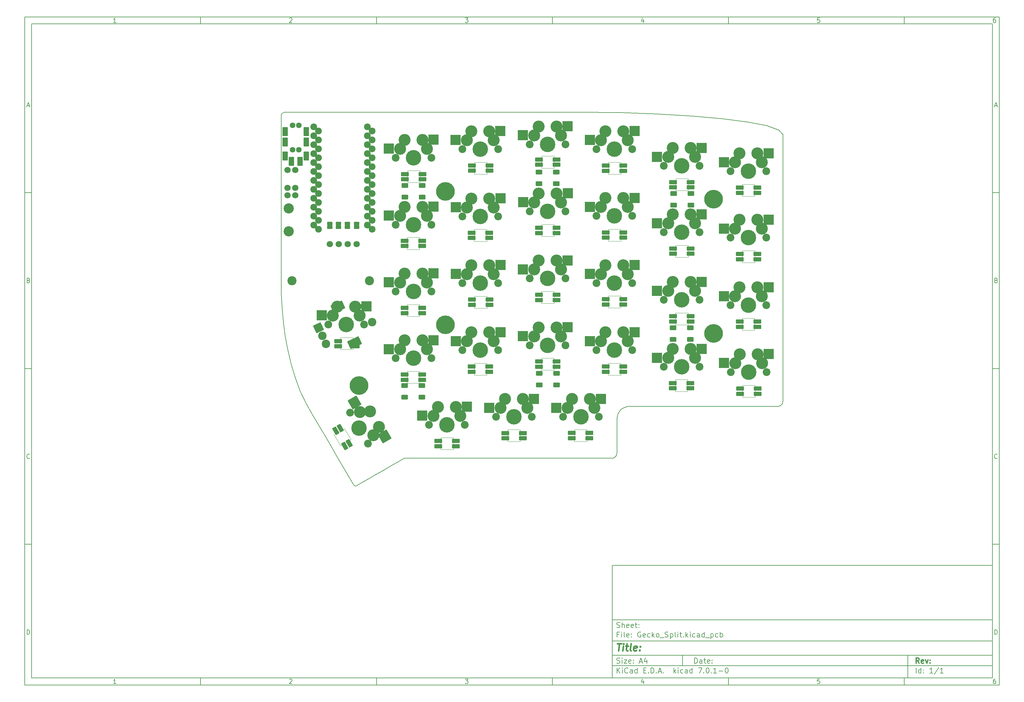
<source format=gbs>
G04 #@! TF.GenerationSoftware,KiCad,Pcbnew,7.0.1-0*
G04 #@! TF.CreationDate,2023-03-25T18:19:26+07:00*
G04 #@! TF.ProjectId,Gecko_Split,4765636b-6f5f-4537-906c-69742e6b6963,rev?*
G04 #@! TF.SameCoordinates,Original*
G04 #@! TF.FileFunction,Soldermask,Bot*
G04 #@! TF.FilePolarity,Negative*
%FSLAX46Y46*%
G04 Gerber Fmt 4.6, Leading zero omitted, Abs format (unit mm)*
G04 Created by KiCad (PCBNEW 7.0.1-0) date 2023-03-25 18:19:26*
%MOMM*%
%LPD*%
G01*
G04 APERTURE LIST*
G04 Aperture macros list*
%AMRoundRect*
0 Rectangle with rounded corners*
0 $1 Rounding radius*
0 $2 $3 $4 $5 $6 $7 $8 $9 X,Y pos of 4 corners*
0 Add a 4 corners polygon primitive as box body*
4,1,4,$2,$3,$4,$5,$6,$7,$8,$9,$2,$3,0*
0 Add four circle primitives for the rounded corners*
1,1,$1+$1,$2,$3*
1,1,$1+$1,$4,$5*
1,1,$1+$1,$6,$7*
1,1,$1+$1,$8,$9*
0 Add four rect primitives between the rounded corners*
20,1,$1+$1,$2,$3,$4,$5,0*
20,1,$1+$1,$4,$5,$6,$7,0*
20,1,$1+$1,$6,$7,$8,$9,0*
20,1,$1+$1,$8,$9,$2,$3,0*%
G04 Aperture macros list end*
%ADD10C,0.100000*%
%ADD11C,0.150000*%
%ADD12C,0.300000*%
%ADD13C,0.400000*%
%ADD14RoundRect,0.200000X-0.900000X-0.410000X0.900000X-0.410000X0.900000X0.410000X-0.900000X0.410000X0*%
%ADD15RoundRect,0.200000X-0.805070X0.574423X0.094930X-0.984423X0.805070X-0.574423X-0.094930X0.984423X0*%
%ADD16C,1.797000*%
%ADD17C,1.600000*%
%ADD18RoundRect,0.200000X-0.600000X-1.050000X0.600000X-1.050000X0.600000X1.050000X-0.600000X1.050000X0*%
%ADD19C,5.300000*%
%ADD20C,1.924000*%
%ADD21C,2.900000*%
%ADD22C,2.600000*%
%ADD23RoundRect,0.200000X-0.750000X-0.450000X0.750000X-0.450000X0.750000X0.450000X-0.750000X0.450000X0*%
%ADD24C,2.200000*%
%ADD25C,3.400000*%
%ADD26C,4.400000*%
%ADD27RoundRect,0.200000X1.275000X1.250000X-1.275000X1.250000X-1.275000X-1.250000X1.275000X-1.250000X0*%
%ADD28RoundRect,0.200000X1.720032X-0.479182X0.445032X1.729182X-1.720032X0.479182X-0.445032X-1.729182X0*%
%ADD29RoundRect,0.200000X-0.483690X-1.328926X1.328926X-0.483690X0.483690X1.328926X-1.328926X0.483690X0*%
%ADD30C,2.400000*%
%ADD31RoundRect,0.200000X-1.027474X-1.582497X1.872711X-0.230119X1.027474X1.582497X-1.872711X0.230119X0*%
%ADD32RoundRect,0.200000X0.571500X-0.317500X0.571500X0.317500X-0.571500X0.317500X-0.571500X-0.317500X0*%
G04 #@! TA.AperFunction,Profile*
%ADD33C,0.200000*%
G04 #@! TD*
G04 #@! TA.AperFunction,Profile*
%ADD34C,0.050000*%
G04 #@! TD*
G04 APERTURE END LIST*
D10*
D11*
X177002200Y-166007200D02*
X285002200Y-166007200D01*
X285002200Y-198007200D01*
X177002200Y-198007200D01*
X177002200Y-166007200D01*
D10*
D11*
X10000000Y-10000000D02*
X287002200Y-10000000D01*
X287002200Y-200007200D01*
X10000000Y-200007200D01*
X10000000Y-10000000D01*
D10*
D11*
X12000000Y-12000000D02*
X285002200Y-12000000D01*
X285002200Y-198007200D01*
X12000000Y-198007200D01*
X12000000Y-12000000D01*
D10*
D11*
X60000000Y-12000000D02*
X60000000Y-10000000D01*
D10*
D11*
X110000000Y-12000000D02*
X110000000Y-10000000D01*
D10*
D11*
X160000000Y-12000000D02*
X160000000Y-10000000D01*
D10*
D11*
X210000000Y-12000000D02*
X210000000Y-10000000D01*
D10*
D11*
X260000000Y-12000000D02*
X260000000Y-10000000D01*
D10*
D11*
X35990476Y-11601404D02*
X35247619Y-11601404D01*
X35619047Y-11601404D02*
X35619047Y-10301404D01*
X35619047Y-10301404D02*
X35495238Y-10487119D01*
X35495238Y-10487119D02*
X35371428Y-10610928D01*
X35371428Y-10610928D02*
X35247619Y-10672833D01*
D10*
D11*
X85247619Y-10425214D02*
X85309523Y-10363309D01*
X85309523Y-10363309D02*
X85433333Y-10301404D01*
X85433333Y-10301404D02*
X85742857Y-10301404D01*
X85742857Y-10301404D02*
X85866666Y-10363309D01*
X85866666Y-10363309D02*
X85928571Y-10425214D01*
X85928571Y-10425214D02*
X85990476Y-10549023D01*
X85990476Y-10549023D02*
X85990476Y-10672833D01*
X85990476Y-10672833D02*
X85928571Y-10858547D01*
X85928571Y-10858547D02*
X85185714Y-11601404D01*
X85185714Y-11601404D02*
X85990476Y-11601404D01*
D10*
D11*
X135185714Y-10301404D02*
X135990476Y-10301404D01*
X135990476Y-10301404D02*
X135557142Y-10796642D01*
X135557142Y-10796642D02*
X135742857Y-10796642D01*
X135742857Y-10796642D02*
X135866666Y-10858547D01*
X135866666Y-10858547D02*
X135928571Y-10920452D01*
X135928571Y-10920452D02*
X135990476Y-11044261D01*
X135990476Y-11044261D02*
X135990476Y-11353785D01*
X135990476Y-11353785D02*
X135928571Y-11477595D01*
X135928571Y-11477595D02*
X135866666Y-11539500D01*
X135866666Y-11539500D02*
X135742857Y-11601404D01*
X135742857Y-11601404D02*
X135371428Y-11601404D01*
X135371428Y-11601404D02*
X135247619Y-11539500D01*
X135247619Y-11539500D02*
X135185714Y-11477595D01*
D10*
D11*
X185866666Y-10734738D02*
X185866666Y-11601404D01*
X185557142Y-10239500D02*
X185247619Y-11168071D01*
X185247619Y-11168071D02*
X186052380Y-11168071D01*
D10*
D11*
X235928571Y-10301404D02*
X235309523Y-10301404D01*
X235309523Y-10301404D02*
X235247619Y-10920452D01*
X235247619Y-10920452D02*
X235309523Y-10858547D01*
X235309523Y-10858547D02*
X235433333Y-10796642D01*
X235433333Y-10796642D02*
X235742857Y-10796642D01*
X235742857Y-10796642D02*
X235866666Y-10858547D01*
X235866666Y-10858547D02*
X235928571Y-10920452D01*
X235928571Y-10920452D02*
X235990476Y-11044261D01*
X235990476Y-11044261D02*
X235990476Y-11353785D01*
X235990476Y-11353785D02*
X235928571Y-11477595D01*
X235928571Y-11477595D02*
X235866666Y-11539500D01*
X235866666Y-11539500D02*
X235742857Y-11601404D01*
X235742857Y-11601404D02*
X235433333Y-11601404D01*
X235433333Y-11601404D02*
X235309523Y-11539500D01*
X235309523Y-11539500D02*
X235247619Y-11477595D01*
D10*
D11*
X285866666Y-10301404D02*
X285619047Y-10301404D01*
X285619047Y-10301404D02*
X285495238Y-10363309D01*
X285495238Y-10363309D02*
X285433333Y-10425214D01*
X285433333Y-10425214D02*
X285309523Y-10610928D01*
X285309523Y-10610928D02*
X285247619Y-10858547D01*
X285247619Y-10858547D02*
X285247619Y-11353785D01*
X285247619Y-11353785D02*
X285309523Y-11477595D01*
X285309523Y-11477595D02*
X285371428Y-11539500D01*
X285371428Y-11539500D02*
X285495238Y-11601404D01*
X285495238Y-11601404D02*
X285742857Y-11601404D01*
X285742857Y-11601404D02*
X285866666Y-11539500D01*
X285866666Y-11539500D02*
X285928571Y-11477595D01*
X285928571Y-11477595D02*
X285990476Y-11353785D01*
X285990476Y-11353785D02*
X285990476Y-11044261D01*
X285990476Y-11044261D02*
X285928571Y-10920452D01*
X285928571Y-10920452D02*
X285866666Y-10858547D01*
X285866666Y-10858547D02*
X285742857Y-10796642D01*
X285742857Y-10796642D02*
X285495238Y-10796642D01*
X285495238Y-10796642D02*
X285371428Y-10858547D01*
X285371428Y-10858547D02*
X285309523Y-10920452D01*
X285309523Y-10920452D02*
X285247619Y-11044261D01*
D10*
D11*
X60000000Y-198007200D02*
X60000000Y-200007200D01*
D10*
D11*
X110000000Y-198007200D02*
X110000000Y-200007200D01*
D10*
D11*
X160000000Y-198007200D02*
X160000000Y-200007200D01*
D10*
D11*
X210000000Y-198007200D02*
X210000000Y-200007200D01*
D10*
D11*
X260000000Y-198007200D02*
X260000000Y-200007200D01*
D10*
D11*
X35990476Y-199608604D02*
X35247619Y-199608604D01*
X35619047Y-199608604D02*
X35619047Y-198308604D01*
X35619047Y-198308604D02*
X35495238Y-198494319D01*
X35495238Y-198494319D02*
X35371428Y-198618128D01*
X35371428Y-198618128D02*
X35247619Y-198680033D01*
D10*
D11*
X85247619Y-198432414D02*
X85309523Y-198370509D01*
X85309523Y-198370509D02*
X85433333Y-198308604D01*
X85433333Y-198308604D02*
X85742857Y-198308604D01*
X85742857Y-198308604D02*
X85866666Y-198370509D01*
X85866666Y-198370509D02*
X85928571Y-198432414D01*
X85928571Y-198432414D02*
X85990476Y-198556223D01*
X85990476Y-198556223D02*
X85990476Y-198680033D01*
X85990476Y-198680033D02*
X85928571Y-198865747D01*
X85928571Y-198865747D02*
X85185714Y-199608604D01*
X85185714Y-199608604D02*
X85990476Y-199608604D01*
D10*
D11*
X135185714Y-198308604D02*
X135990476Y-198308604D01*
X135990476Y-198308604D02*
X135557142Y-198803842D01*
X135557142Y-198803842D02*
X135742857Y-198803842D01*
X135742857Y-198803842D02*
X135866666Y-198865747D01*
X135866666Y-198865747D02*
X135928571Y-198927652D01*
X135928571Y-198927652D02*
X135990476Y-199051461D01*
X135990476Y-199051461D02*
X135990476Y-199360985D01*
X135990476Y-199360985D02*
X135928571Y-199484795D01*
X135928571Y-199484795D02*
X135866666Y-199546700D01*
X135866666Y-199546700D02*
X135742857Y-199608604D01*
X135742857Y-199608604D02*
X135371428Y-199608604D01*
X135371428Y-199608604D02*
X135247619Y-199546700D01*
X135247619Y-199546700D02*
X135185714Y-199484795D01*
D10*
D11*
X185866666Y-198741938D02*
X185866666Y-199608604D01*
X185557142Y-198246700D02*
X185247619Y-199175271D01*
X185247619Y-199175271D02*
X186052380Y-199175271D01*
D10*
D11*
X235928571Y-198308604D02*
X235309523Y-198308604D01*
X235309523Y-198308604D02*
X235247619Y-198927652D01*
X235247619Y-198927652D02*
X235309523Y-198865747D01*
X235309523Y-198865747D02*
X235433333Y-198803842D01*
X235433333Y-198803842D02*
X235742857Y-198803842D01*
X235742857Y-198803842D02*
X235866666Y-198865747D01*
X235866666Y-198865747D02*
X235928571Y-198927652D01*
X235928571Y-198927652D02*
X235990476Y-199051461D01*
X235990476Y-199051461D02*
X235990476Y-199360985D01*
X235990476Y-199360985D02*
X235928571Y-199484795D01*
X235928571Y-199484795D02*
X235866666Y-199546700D01*
X235866666Y-199546700D02*
X235742857Y-199608604D01*
X235742857Y-199608604D02*
X235433333Y-199608604D01*
X235433333Y-199608604D02*
X235309523Y-199546700D01*
X235309523Y-199546700D02*
X235247619Y-199484795D01*
D10*
D11*
X285866666Y-198308604D02*
X285619047Y-198308604D01*
X285619047Y-198308604D02*
X285495238Y-198370509D01*
X285495238Y-198370509D02*
X285433333Y-198432414D01*
X285433333Y-198432414D02*
X285309523Y-198618128D01*
X285309523Y-198618128D02*
X285247619Y-198865747D01*
X285247619Y-198865747D02*
X285247619Y-199360985D01*
X285247619Y-199360985D02*
X285309523Y-199484795D01*
X285309523Y-199484795D02*
X285371428Y-199546700D01*
X285371428Y-199546700D02*
X285495238Y-199608604D01*
X285495238Y-199608604D02*
X285742857Y-199608604D01*
X285742857Y-199608604D02*
X285866666Y-199546700D01*
X285866666Y-199546700D02*
X285928571Y-199484795D01*
X285928571Y-199484795D02*
X285990476Y-199360985D01*
X285990476Y-199360985D02*
X285990476Y-199051461D01*
X285990476Y-199051461D02*
X285928571Y-198927652D01*
X285928571Y-198927652D02*
X285866666Y-198865747D01*
X285866666Y-198865747D02*
X285742857Y-198803842D01*
X285742857Y-198803842D02*
X285495238Y-198803842D01*
X285495238Y-198803842D02*
X285371428Y-198865747D01*
X285371428Y-198865747D02*
X285309523Y-198927652D01*
X285309523Y-198927652D02*
X285247619Y-199051461D01*
D10*
D11*
X10000000Y-60000000D02*
X12000000Y-60000000D01*
D10*
D11*
X10000000Y-110000000D02*
X12000000Y-110000000D01*
D10*
D11*
X10000000Y-160000000D02*
X12000000Y-160000000D01*
D10*
D11*
X10690476Y-35229976D02*
X11309523Y-35229976D01*
X10566666Y-35601404D02*
X10999999Y-34301404D01*
X10999999Y-34301404D02*
X11433333Y-35601404D01*
D10*
D11*
X11092857Y-84920452D02*
X11278571Y-84982357D01*
X11278571Y-84982357D02*
X11340476Y-85044261D01*
X11340476Y-85044261D02*
X11402380Y-85168071D01*
X11402380Y-85168071D02*
X11402380Y-85353785D01*
X11402380Y-85353785D02*
X11340476Y-85477595D01*
X11340476Y-85477595D02*
X11278571Y-85539500D01*
X11278571Y-85539500D02*
X11154761Y-85601404D01*
X11154761Y-85601404D02*
X10659523Y-85601404D01*
X10659523Y-85601404D02*
X10659523Y-84301404D01*
X10659523Y-84301404D02*
X11092857Y-84301404D01*
X11092857Y-84301404D02*
X11216666Y-84363309D01*
X11216666Y-84363309D02*
X11278571Y-84425214D01*
X11278571Y-84425214D02*
X11340476Y-84549023D01*
X11340476Y-84549023D02*
X11340476Y-84672833D01*
X11340476Y-84672833D02*
X11278571Y-84796642D01*
X11278571Y-84796642D02*
X11216666Y-84858547D01*
X11216666Y-84858547D02*
X11092857Y-84920452D01*
X11092857Y-84920452D02*
X10659523Y-84920452D01*
D10*
D11*
X11402380Y-135477595D02*
X11340476Y-135539500D01*
X11340476Y-135539500D02*
X11154761Y-135601404D01*
X11154761Y-135601404D02*
X11030952Y-135601404D01*
X11030952Y-135601404D02*
X10845238Y-135539500D01*
X10845238Y-135539500D02*
X10721428Y-135415690D01*
X10721428Y-135415690D02*
X10659523Y-135291880D01*
X10659523Y-135291880D02*
X10597619Y-135044261D01*
X10597619Y-135044261D02*
X10597619Y-134858547D01*
X10597619Y-134858547D02*
X10659523Y-134610928D01*
X10659523Y-134610928D02*
X10721428Y-134487119D01*
X10721428Y-134487119D02*
X10845238Y-134363309D01*
X10845238Y-134363309D02*
X11030952Y-134301404D01*
X11030952Y-134301404D02*
X11154761Y-134301404D01*
X11154761Y-134301404D02*
X11340476Y-134363309D01*
X11340476Y-134363309D02*
X11402380Y-134425214D01*
D10*
D11*
X10659523Y-185601404D02*
X10659523Y-184301404D01*
X10659523Y-184301404D02*
X10969047Y-184301404D01*
X10969047Y-184301404D02*
X11154761Y-184363309D01*
X11154761Y-184363309D02*
X11278571Y-184487119D01*
X11278571Y-184487119D02*
X11340476Y-184610928D01*
X11340476Y-184610928D02*
X11402380Y-184858547D01*
X11402380Y-184858547D02*
X11402380Y-185044261D01*
X11402380Y-185044261D02*
X11340476Y-185291880D01*
X11340476Y-185291880D02*
X11278571Y-185415690D01*
X11278571Y-185415690D02*
X11154761Y-185539500D01*
X11154761Y-185539500D02*
X10969047Y-185601404D01*
X10969047Y-185601404D02*
X10659523Y-185601404D01*
D10*
D11*
X287002200Y-60000000D02*
X285002200Y-60000000D01*
D10*
D11*
X287002200Y-110000000D02*
X285002200Y-110000000D01*
D10*
D11*
X287002200Y-160000000D02*
X285002200Y-160000000D01*
D10*
D11*
X285692676Y-35229976D02*
X286311723Y-35229976D01*
X285568866Y-35601404D02*
X286002199Y-34301404D01*
X286002199Y-34301404D02*
X286435533Y-35601404D01*
D10*
D11*
X286095057Y-84920452D02*
X286280771Y-84982357D01*
X286280771Y-84982357D02*
X286342676Y-85044261D01*
X286342676Y-85044261D02*
X286404580Y-85168071D01*
X286404580Y-85168071D02*
X286404580Y-85353785D01*
X286404580Y-85353785D02*
X286342676Y-85477595D01*
X286342676Y-85477595D02*
X286280771Y-85539500D01*
X286280771Y-85539500D02*
X286156961Y-85601404D01*
X286156961Y-85601404D02*
X285661723Y-85601404D01*
X285661723Y-85601404D02*
X285661723Y-84301404D01*
X285661723Y-84301404D02*
X286095057Y-84301404D01*
X286095057Y-84301404D02*
X286218866Y-84363309D01*
X286218866Y-84363309D02*
X286280771Y-84425214D01*
X286280771Y-84425214D02*
X286342676Y-84549023D01*
X286342676Y-84549023D02*
X286342676Y-84672833D01*
X286342676Y-84672833D02*
X286280771Y-84796642D01*
X286280771Y-84796642D02*
X286218866Y-84858547D01*
X286218866Y-84858547D02*
X286095057Y-84920452D01*
X286095057Y-84920452D02*
X285661723Y-84920452D01*
D10*
D11*
X286404580Y-135477595D02*
X286342676Y-135539500D01*
X286342676Y-135539500D02*
X286156961Y-135601404D01*
X286156961Y-135601404D02*
X286033152Y-135601404D01*
X286033152Y-135601404D02*
X285847438Y-135539500D01*
X285847438Y-135539500D02*
X285723628Y-135415690D01*
X285723628Y-135415690D02*
X285661723Y-135291880D01*
X285661723Y-135291880D02*
X285599819Y-135044261D01*
X285599819Y-135044261D02*
X285599819Y-134858547D01*
X285599819Y-134858547D02*
X285661723Y-134610928D01*
X285661723Y-134610928D02*
X285723628Y-134487119D01*
X285723628Y-134487119D02*
X285847438Y-134363309D01*
X285847438Y-134363309D02*
X286033152Y-134301404D01*
X286033152Y-134301404D02*
X286156961Y-134301404D01*
X286156961Y-134301404D02*
X286342676Y-134363309D01*
X286342676Y-134363309D02*
X286404580Y-134425214D01*
D10*
D11*
X285661723Y-185601404D02*
X285661723Y-184301404D01*
X285661723Y-184301404D02*
X285971247Y-184301404D01*
X285971247Y-184301404D02*
X286156961Y-184363309D01*
X286156961Y-184363309D02*
X286280771Y-184487119D01*
X286280771Y-184487119D02*
X286342676Y-184610928D01*
X286342676Y-184610928D02*
X286404580Y-184858547D01*
X286404580Y-184858547D02*
X286404580Y-185044261D01*
X286404580Y-185044261D02*
X286342676Y-185291880D01*
X286342676Y-185291880D02*
X286280771Y-185415690D01*
X286280771Y-185415690D02*
X286156961Y-185539500D01*
X286156961Y-185539500D02*
X285971247Y-185601404D01*
X285971247Y-185601404D02*
X285661723Y-185601404D01*
D10*
D11*
X200359342Y-193801128D02*
X200359342Y-192301128D01*
X200359342Y-192301128D02*
X200716485Y-192301128D01*
X200716485Y-192301128D02*
X200930771Y-192372557D01*
X200930771Y-192372557D02*
X201073628Y-192515414D01*
X201073628Y-192515414D02*
X201145057Y-192658271D01*
X201145057Y-192658271D02*
X201216485Y-192943985D01*
X201216485Y-192943985D02*
X201216485Y-193158271D01*
X201216485Y-193158271D02*
X201145057Y-193443985D01*
X201145057Y-193443985D02*
X201073628Y-193586842D01*
X201073628Y-193586842D02*
X200930771Y-193729700D01*
X200930771Y-193729700D02*
X200716485Y-193801128D01*
X200716485Y-193801128D02*
X200359342Y-193801128D01*
X202502200Y-193801128D02*
X202502200Y-193015414D01*
X202502200Y-193015414D02*
X202430771Y-192872557D01*
X202430771Y-192872557D02*
X202287914Y-192801128D01*
X202287914Y-192801128D02*
X202002200Y-192801128D01*
X202002200Y-192801128D02*
X201859342Y-192872557D01*
X202502200Y-193729700D02*
X202359342Y-193801128D01*
X202359342Y-193801128D02*
X202002200Y-193801128D01*
X202002200Y-193801128D02*
X201859342Y-193729700D01*
X201859342Y-193729700D02*
X201787914Y-193586842D01*
X201787914Y-193586842D02*
X201787914Y-193443985D01*
X201787914Y-193443985D02*
X201859342Y-193301128D01*
X201859342Y-193301128D02*
X202002200Y-193229700D01*
X202002200Y-193229700D02*
X202359342Y-193229700D01*
X202359342Y-193229700D02*
X202502200Y-193158271D01*
X203002200Y-192801128D02*
X203573628Y-192801128D01*
X203216485Y-192301128D02*
X203216485Y-193586842D01*
X203216485Y-193586842D02*
X203287914Y-193729700D01*
X203287914Y-193729700D02*
X203430771Y-193801128D01*
X203430771Y-193801128D02*
X203573628Y-193801128D01*
X204645057Y-193729700D02*
X204502200Y-193801128D01*
X204502200Y-193801128D02*
X204216486Y-193801128D01*
X204216486Y-193801128D02*
X204073628Y-193729700D01*
X204073628Y-193729700D02*
X204002200Y-193586842D01*
X204002200Y-193586842D02*
X204002200Y-193015414D01*
X204002200Y-193015414D02*
X204073628Y-192872557D01*
X204073628Y-192872557D02*
X204216486Y-192801128D01*
X204216486Y-192801128D02*
X204502200Y-192801128D01*
X204502200Y-192801128D02*
X204645057Y-192872557D01*
X204645057Y-192872557D02*
X204716486Y-193015414D01*
X204716486Y-193015414D02*
X204716486Y-193158271D01*
X204716486Y-193158271D02*
X204002200Y-193301128D01*
X205359342Y-193658271D02*
X205430771Y-193729700D01*
X205430771Y-193729700D02*
X205359342Y-193801128D01*
X205359342Y-193801128D02*
X205287914Y-193729700D01*
X205287914Y-193729700D02*
X205359342Y-193658271D01*
X205359342Y-193658271D02*
X205359342Y-193801128D01*
X205359342Y-192872557D02*
X205430771Y-192943985D01*
X205430771Y-192943985D02*
X205359342Y-193015414D01*
X205359342Y-193015414D02*
X205287914Y-192943985D01*
X205287914Y-192943985D02*
X205359342Y-192872557D01*
X205359342Y-192872557D02*
X205359342Y-193015414D01*
D10*
D11*
X177002200Y-194507200D02*
X285002200Y-194507200D01*
D10*
D11*
X178359342Y-196601128D02*
X178359342Y-195101128D01*
X179216485Y-196601128D02*
X178573628Y-195743985D01*
X179216485Y-195101128D02*
X178359342Y-195958271D01*
X179859342Y-196601128D02*
X179859342Y-195601128D01*
X179859342Y-195101128D02*
X179787914Y-195172557D01*
X179787914Y-195172557D02*
X179859342Y-195243985D01*
X179859342Y-195243985D02*
X179930771Y-195172557D01*
X179930771Y-195172557D02*
X179859342Y-195101128D01*
X179859342Y-195101128D02*
X179859342Y-195243985D01*
X181430771Y-196458271D02*
X181359343Y-196529700D01*
X181359343Y-196529700D02*
X181145057Y-196601128D01*
X181145057Y-196601128D02*
X181002200Y-196601128D01*
X181002200Y-196601128D02*
X180787914Y-196529700D01*
X180787914Y-196529700D02*
X180645057Y-196386842D01*
X180645057Y-196386842D02*
X180573628Y-196243985D01*
X180573628Y-196243985D02*
X180502200Y-195958271D01*
X180502200Y-195958271D02*
X180502200Y-195743985D01*
X180502200Y-195743985D02*
X180573628Y-195458271D01*
X180573628Y-195458271D02*
X180645057Y-195315414D01*
X180645057Y-195315414D02*
X180787914Y-195172557D01*
X180787914Y-195172557D02*
X181002200Y-195101128D01*
X181002200Y-195101128D02*
X181145057Y-195101128D01*
X181145057Y-195101128D02*
X181359343Y-195172557D01*
X181359343Y-195172557D02*
X181430771Y-195243985D01*
X182716486Y-196601128D02*
X182716486Y-195815414D01*
X182716486Y-195815414D02*
X182645057Y-195672557D01*
X182645057Y-195672557D02*
X182502200Y-195601128D01*
X182502200Y-195601128D02*
X182216486Y-195601128D01*
X182216486Y-195601128D02*
X182073628Y-195672557D01*
X182716486Y-196529700D02*
X182573628Y-196601128D01*
X182573628Y-196601128D02*
X182216486Y-196601128D01*
X182216486Y-196601128D02*
X182073628Y-196529700D01*
X182073628Y-196529700D02*
X182002200Y-196386842D01*
X182002200Y-196386842D02*
X182002200Y-196243985D01*
X182002200Y-196243985D02*
X182073628Y-196101128D01*
X182073628Y-196101128D02*
X182216486Y-196029700D01*
X182216486Y-196029700D02*
X182573628Y-196029700D01*
X182573628Y-196029700D02*
X182716486Y-195958271D01*
X184073629Y-196601128D02*
X184073629Y-195101128D01*
X184073629Y-196529700D02*
X183930771Y-196601128D01*
X183930771Y-196601128D02*
X183645057Y-196601128D01*
X183645057Y-196601128D02*
X183502200Y-196529700D01*
X183502200Y-196529700D02*
X183430771Y-196458271D01*
X183430771Y-196458271D02*
X183359343Y-196315414D01*
X183359343Y-196315414D02*
X183359343Y-195886842D01*
X183359343Y-195886842D02*
X183430771Y-195743985D01*
X183430771Y-195743985D02*
X183502200Y-195672557D01*
X183502200Y-195672557D02*
X183645057Y-195601128D01*
X183645057Y-195601128D02*
X183930771Y-195601128D01*
X183930771Y-195601128D02*
X184073629Y-195672557D01*
X185930771Y-195815414D02*
X186430771Y-195815414D01*
X186645057Y-196601128D02*
X185930771Y-196601128D01*
X185930771Y-196601128D02*
X185930771Y-195101128D01*
X185930771Y-195101128D02*
X186645057Y-195101128D01*
X187287914Y-196458271D02*
X187359343Y-196529700D01*
X187359343Y-196529700D02*
X187287914Y-196601128D01*
X187287914Y-196601128D02*
X187216486Y-196529700D01*
X187216486Y-196529700D02*
X187287914Y-196458271D01*
X187287914Y-196458271D02*
X187287914Y-196601128D01*
X188002200Y-196601128D02*
X188002200Y-195101128D01*
X188002200Y-195101128D02*
X188359343Y-195101128D01*
X188359343Y-195101128D02*
X188573629Y-195172557D01*
X188573629Y-195172557D02*
X188716486Y-195315414D01*
X188716486Y-195315414D02*
X188787915Y-195458271D01*
X188787915Y-195458271D02*
X188859343Y-195743985D01*
X188859343Y-195743985D02*
X188859343Y-195958271D01*
X188859343Y-195958271D02*
X188787915Y-196243985D01*
X188787915Y-196243985D02*
X188716486Y-196386842D01*
X188716486Y-196386842D02*
X188573629Y-196529700D01*
X188573629Y-196529700D02*
X188359343Y-196601128D01*
X188359343Y-196601128D02*
X188002200Y-196601128D01*
X189502200Y-196458271D02*
X189573629Y-196529700D01*
X189573629Y-196529700D02*
X189502200Y-196601128D01*
X189502200Y-196601128D02*
X189430772Y-196529700D01*
X189430772Y-196529700D02*
X189502200Y-196458271D01*
X189502200Y-196458271D02*
X189502200Y-196601128D01*
X190145058Y-196172557D02*
X190859344Y-196172557D01*
X190002201Y-196601128D02*
X190502201Y-195101128D01*
X190502201Y-195101128D02*
X191002201Y-196601128D01*
X191502200Y-196458271D02*
X191573629Y-196529700D01*
X191573629Y-196529700D02*
X191502200Y-196601128D01*
X191502200Y-196601128D02*
X191430772Y-196529700D01*
X191430772Y-196529700D02*
X191502200Y-196458271D01*
X191502200Y-196458271D02*
X191502200Y-196601128D01*
X194502200Y-196601128D02*
X194502200Y-195101128D01*
X194645058Y-196029700D02*
X195073629Y-196601128D01*
X195073629Y-195601128D02*
X194502200Y-196172557D01*
X195716486Y-196601128D02*
X195716486Y-195601128D01*
X195716486Y-195101128D02*
X195645058Y-195172557D01*
X195645058Y-195172557D02*
X195716486Y-195243985D01*
X195716486Y-195243985D02*
X195787915Y-195172557D01*
X195787915Y-195172557D02*
X195716486Y-195101128D01*
X195716486Y-195101128D02*
X195716486Y-195243985D01*
X197073630Y-196529700D02*
X196930772Y-196601128D01*
X196930772Y-196601128D02*
X196645058Y-196601128D01*
X196645058Y-196601128D02*
X196502201Y-196529700D01*
X196502201Y-196529700D02*
X196430772Y-196458271D01*
X196430772Y-196458271D02*
X196359344Y-196315414D01*
X196359344Y-196315414D02*
X196359344Y-195886842D01*
X196359344Y-195886842D02*
X196430772Y-195743985D01*
X196430772Y-195743985D02*
X196502201Y-195672557D01*
X196502201Y-195672557D02*
X196645058Y-195601128D01*
X196645058Y-195601128D02*
X196930772Y-195601128D01*
X196930772Y-195601128D02*
X197073630Y-195672557D01*
X198359344Y-196601128D02*
X198359344Y-195815414D01*
X198359344Y-195815414D02*
X198287915Y-195672557D01*
X198287915Y-195672557D02*
X198145058Y-195601128D01*
X198145058Y-195601128D02*
X197859344Y-195601128D01*
X197859344Y-195601128D02*
X197716486Y-195672557D01*
X198359344Y-196529700D02*
X198216486Y-196601128D01*
X198216486Y-196601128D02*
X197859344Y-196601128D01*
X197859344Y-196601128D02*
X197716486Y-196529700D01*
X197716486Y-196529700D02*
X197645058Y-196386842D01*
X197645058Y-196386842D02*
X197645058Y-196243985D01*
X197645058Y-196243985D02*
X197716486Y-196101128D01*
X197716486Y-196101128D02*
X197859344Y-196029700D01*
X197859344Y-196029700D02*
X198216486Y-196029700D01*
X198216486Y-196029700D02*
X198359344Y-195958271D01*
X199716487Y-196601128D02*
X199716487Y-195101128D01*
X199716487Y-196529700D02*
X199573629Y-196601128D01*
X199573629Y-196601128D02*
X199287915Y-196601128D01*
X199287915Y-196601128D02*
X199145058Y-196529700D01*
X199145058Y-196529700D02*
X199073629Y-196458271D01*
X199073629Y-196458271D02*
X199002201Y-196315414D01*
X199002201Y-196315414D02*
X199002201Y-195886842D01*
X199002201Y-195886842D02*
X199073629Y-195743985D01*
X199073629Y-195743985D02*
X199145058Y-195672557D01*
X199145058Y-195672557D02*
X199287915Y-195601128D01*
X199287915Y-195601128D02*
X199573629Y-195601128D01*
X199573629Y-195601128D02*
X199716487Y-195672557D01*
X201430772Y-195101128D02*
X202430772Y-195101128D01*
X202430772Y-195101128D02*
X201787915Y-196601128D01*
X203002200Y-196458271D02*
X203073629Y-196529700D01*
X203073629Y-196529700D02*
X203002200Y-196601128D01*
X203002200Y-196601128D02*
X202930772Y-196529700D01*
X202930772Y-196529700D02*
X203002200Y-196458271D01*
X203002200Y-196458271D02*
X203002200Y-196601128D01*
X204002201Y-195101128D02*
X204145058Y-195101128D01*
X204145058Y-195101128D02*
X204287915Y-195172557D01*
X204287915Y-195172557D02*
X204359344Y-195243985D01*
X204359344Y-195243985D02*
X204430772Y-195386842D01*
X204430772Y-195386842D02*
X204502201Y-195672557D01*
X204502201Y-195672557D02*
X204502201Y-196029700D01*
X204502201Y-196029700D02*
X204430772Y-196315414D01*
X204430772Y-196315414D02*
X204359344Y-196458271D01*
X204359344Y-196458271D02*
X204287915Y-196529700D01*
X204287915Y-196529700D02*
X204145058Y-196601128D01*
X204145058Y-196601128D02*
X204002201Y-196601128D01*
X204002201Y-196601128D02*
X203859344Y-196529700D01*
X203859344Y-196529700D02*
X203787915Y-196458271D01*
X203787915Y-196458271D02*
X203716486Y-196315414D01*
X203716486Y-196315414D02*
X203645058Y-196029700D01*
X203645058Y-196029700D02*
X203645058Y-195672557D01*
X203645058Y-195672557D02*
X203716486Y-195386842D01*
X203716486Y-195386842D02*
X203787915Y-195243985D01*
X203787915Y-195243985D02*
X203859344Y-195172557D01*
X203859344Y-195172557D02*
X204002201Y-195101128D01*
X205145057Y-196458271D02*
X205216486Y-196529700D01*
X205216486Y-196529700D02*
X205145057Y-196601128D01*
X205145057Y-196601128D02*
X205073629Y-196529700D01*
X205073629Y-196529700D02*
X205145057Y-196458271D01*
X205145057Y-196458271D02*
X205145057Y-196601128D01*
X206645058Y-196601128D02*
X205787915Y-196601128D01*
X206216486Y-196601128D02*
X206216486Y-195101128D01*
X206216486Y-195101128D02*
X206073629Y-195315414D01*
X206073629Y-195315414D02*
X205930772Y-195458271D01*
X205930772Y-195458271D02*
X205787915Y-195529700D01*
X207287914Y-196029700D02*
X208430772Y-196029700D01*
X209430772Y-195101128D02*
X209573629Y-195101128D01*
X209573629Y-195101128D02*
X209716486Y-195172557D01*
X209716486Y-195172557D02*
X209787915Y-195243985D01*
X209787915Y-195243985D02*
X209859343Y-195386842D01*
X209859343Y-195386842D02*
X209930772Y-195672557D01*
X209930772Y-195672557D02*
X209930772Y-196029700D01*
X209930772Y-196029700D02*
X209859343Y-196315414D01*
X209859343Y-196315414D02*
X209787915Y-196458271D01*
X209787915Y-196458271D02*
X209716486Y-196529700D01*
X209716486Y-196529700D02*
X209573629Y-196601128D01*
X209573629Y-196601128D02*
X209430772Y-196601128D01*
X209430772Y-196601128D02*
X209287915Y-196529700D01*
X209287915Y-196529700D02*
X209216486Y-196458271D01*
X209216486Y-196458271D02*
X209145057Y-196315414D01*
X209145057Y-196315414D02*
X209073629Y-196029700D01*
X209073629Y-196029700D02*
X209073629Y-195672557D01*
X209073629Y-195672557D02*
X209145057Y-195386842D01*
X209145057Y-195386842D02*
X209216486Y-195243985D01*
X209216486Y-195243985D02*
X209287915Y-195172557D01*
X209287915Y-195172557D02*
X209430772Y-195101128D01*
D10*
D11*
X177002200Y-191507200D02*
X285002200Y-191507200D01*
D10*
D12*
X264216485Y-193801128D02*
X263716485Y-193086842D01*
X263359342Y-193801128D02*
X263359342Y-192301128D01*
X263359342Y-192301128D02*
X263930771Y-192301128D01*
X263930771Y-192301128D02*
X264073628Y-192372557D01*
X264073628Y-192372557D02*
X264145057Y-192443985D01*
X264145057Y-192443985D02*
X264216485Y-192586842D01*
X264216485Y-192586842D02*
X264216485Y-192801128D01*
X264216485Y-192801128D02*
X264145057Y-192943985D01*
X264145057Y-192943985D02*
X264073628Y-193015414D01*
X264073628Y-193015414D02*
X263930771Y-193086842D01*
X263930771Y-193086842D02*
X263359342Y-193086842D01*
X265430771Y-193729700D02*
X265287914Y-193801128D01*
X265287914Y-193801128D02*
X265002200Y-193801128D01*
X265002200Y-193801128D02*
X264859342Y-193729700D01*
X264859342Y-193729700D02*
X264787914Y-193586842D01*
X264787914Y-193586842D02*
X264787914Y-193015414D01*
X264787914Y-193015414D02*
X264859342Y-192872557D01*
X264859342Y-192872557D02*
X265002200Y-192801128D01*
X265002200Y-192801128D02*
X265287914Y-192801128D01*
X265287914Y-192801128D02*
X265430771Y-192872557D01*
X265430771Y-192872557D02*
X265502200Y-193015414D01*
X265502200Y-193015414D02*
X265502200Y-193158271D01*
X265502200Y-193158271D02*
X264787914Y-193301128D01*
X266002199Y-192801128D02*
X266359342Y-193801128D01*
X266359342Y-193801128D02*
X266716485Y-192801128D01*
X267287913Y-193658271D02*
X267359342Y-193729700D01*
X267359342Y-193729700D02*
X267287913Y-193801128D01*
X267287913Y-193801128D02*
X267216485Y-193729700D01*
X267216485Y-193729700D02*
X267287913Y-193658271D01*
X267287913Y-193658271D02*
X267287913Y-193801128D01*
X267287913Y-192872557D02*
X267359342Y-192943985D01*
X267359342Y-192943985D02*
X267287913Y-193015414D01*
X267287913Y-193015414D02*
X267216485Y-192943985D01*
X267216485Y-192943985D02*
X267287913Y-192872557D01*
X267287913Y-192872557D02*
X267287913Y-193015414D01*
D10*
D11*
X178287914Y-193729700D02*
X178502200Y-193801128D01*
X178502200Y-193801128D02*
X178859342Y-193801128D01*
X178859342Y-193801128D02*
X179002200Y-193729700D01*
X179002200Y-193729700D02*
X179073628Y-193658271D01*
X179073628Y-193658271D02*
X179145057Y-193515414D01*
X179145057Y-193515414D02*
X179145057Y-193372557D01*
X179145057Y-193372557D02*
X179073628Y-193229700D01*
X179073628Y-193229700D02*
X179002200Y-193158271D01*
X179002200Y-193158271D02*
X178859342Y-193086842D01*
X178859342Y-193086842D02*
X178573628Y-193015414D01*
X178573628Y-193015414D02*
X178430771Y-192943985D01*
X178430771Y-192943985D02*
X178359342Y-192872557D01*
X178359342Y-192872557D02*
X178287914Y-192729700D01*
X178287914Y-192729700D02*
X178287914Y-192586842D01*
X178287914Y-192586842D02*
X178359342Y-192443985D01*
X178359342Y-192443985D02*
X178430771Y-192372557D01*
X178430771Y-192372557D02*
X178573628Y-192301128D01*
X178573628Y-192301128D02*
X178930771Y-192301128D01*
X178930771Y-192301128D02*
X179145057Y-192372557D01*
X179787913Y-193801128D02*
X179787913Y-192801128D01*
X179787913Y-192301128D02*
X179716485Y-192372557D01*
X179716485Y-192372557D02*
X179787913Y-192443985D01*
X179787913Y-192443985D02*
X179859342Y-192372557D01*
X179859342Y-192372557D02*
X179787913Y-192301128D01*
X179787913Y-192301128D02*
X179787913Y-192443985D01*
X180359342Y-192801128D02*
X181145057Y-192801128D01*
X181145057Y-192801128D02*
X180359342Y-193801128D01*
X180359342Y-193801128D02*
X181145057Y-193801128D01*
X182287914Y-193729700D02*
X182145057Y-193801128D01*
X182145057Y-193801128D02*
X181859343Y-193801128D01*
X181859343Y-193801128D02*
X181716485Y-193729700D01*
X181716485Y-193729700D02*
X181645057Y-193586842D01*
X181645057Y-193586842D02*
X181645057Y-193015414D01*
X181645057Y-193015414D02*
X181716485Y-192872557D01*
X181716485Y-192872557D02*
X181859343Y-192801128D01*
X181859343Y-192801128D02*
X182145057Y-192801128D01*
X182145057Y-192801128D02*
X182287914Y-192872557D01*
X182287914Y-192872557D02*
X182359343Y-193015414D01*
X182359343Y-193015414D02*
X182359343Y-193158271D01*
X182359343Y-193158271D02*
X181645057Y-193301128D01*
X183002199Y-193658271D02*
X183073628Y-193729700D01*
X183073628Y-193729700D02*
X183002199Y-193801128D01*
X183002199Y-193801128D02*
X182930771Y-193729700D01*
X182930771Y-193729700D02*
X183002199Y-193658271D01*
X183002199Y-193658271D02*
X183002199Y-193801128D01*
X183002199Y-192872557D02*
X183073628Y-192943985D01*
X183073628Y-192943985D02*
X183002199Y-193015414D01*
X183002199Y-193015414D02*
X182930771Y-192943985D01*
X182930771Y-192943985D02*
X183002199Y-192872557D01*
X183002199Y-192872557D02*
X183002199Y-193015414D01*
X184787914Y-193372557D02*
X185502200Y-193372557D01*
X184645057Y-193801128D02*
X185145057Y-192301128D01*
X185145057Y-192301128D02*
X185645057Y-193801128D01*
X186787914Y-192801128D02*
X186787914Y-193801128D01*
X186430771Y-192229700D02*
X186073628Y-193301128D01*
X186073628Y-193301128D02*
X187002199Y-193301128D01*
D10*
D11*
X263359342Y-196601128D02*
X263359342Y-195101128D01*
X264716486Y-196601128D02*
X264716486Y-195101128D01*
X264716486Y-196529700D02*
X264573628Y-196601128D01*
X264573628Y-196601128D02*
X264287914Y-196601128D01*
X264287914Y-196601128D02*
X264145057Y-196529700D01*
X264145057Y-196529700D02*
X264073628Y-196458271D01*
X264073628Y-196458271D02*
X264002200Y-196315414D01*
X264002200Y-196315414D02*
X264002200Y-195886842D01*
X264002200Y-195886842D02*
X264073628Y-195743985D01*
X264073628Y-195743985D02*
X264145057Y-195672557D01*
X264145057Y-195672557D02*
X264287914Y-195601128D01*
X264287914Y-195601128D02*
X264573628Y-195601128D01*
X264573628Y-195601128D02*
X264716486Y-195672557D01*
X265430771Y-196458271D02*
X265502200Y-196529700D01*
X265502200Y-196529700D02*
X265430771Y-196601128D01*
X265430771Y-196601128D02*
X265359343Y-196529700D01*
X265359343Y-196529700D02*
X265430771Y-196458271D01*
X265430771Y-196458271D02*
X265430771Y-196601128D01*
X265430771Y-195672557D02*
X265502200Y-195743985D01*
X265502200Y-195743985D02*
X265430771Y-195815414D01*
X265430771Y-195815414D02*
X265359343Y-195743985D01*
X265359343Y-195743985D02*
X265430771Y-195672557D01*
X265430771Y-195672557D02*
X265430771Y-195815414D01*
X268073629Y-196601128D02*
X267216486Y-196601128D01*
X267645057Y-196601128D02*
X267645057Y-195101128D01*
X267645057Y-195101128D02*
X267502200Y-195315414D01*
X267502200Y-195315414D02*
X267359343Y-195458271D01*
X267359343Y-195458271D02*
X267216486Y-195529700D01*
X269787914Y-195029700D02*
X268502200Y-196958271D01*
X271073629Y-196601128D02*
X270216486Y-196601128D01*
X270645057Y-196601128D02*
X270645057Y-195101128D01*
X270645057Y-195101128D02*
X270502200Y-195315414D01*
X270502200Y-195315414D02*
X270359343Y-195458271D01*
X270359343Y-195458271D02*
X270216486Y-195529700D01*
D10*
D11*
X177002200Y-187507200D02*
X285002200Y-187507200D01*
D10*
D13*
X178430771Y-188232438D02*
X179573628Y-188232438D01*
X178752200Y-190232438D02*
X179002200Y-188232438D01*
X179978390Y-190232438D02*
X180145057Y-188899104D01*
X180228390Y-188232438D02*
X180121247Y-188327676D01*
X180121247Y-188327676D02*
X180204581Y-188422914D01*
X180204581Y-188422914D02*
X180311724Y-188327676D01*
X180311724Y-188327676D02*
X180228390Y-188232438D01*
X180228390Y-188232438D02*
X180204581Y-188422914D01*
X180799819Y-188899104D02*
X181561723Y-188899104D01*
X181168866Y-188232438D02*
X180954581Y-189946723D01*
X180954581Y-189946723D02*
X181026009Y-190137200D01*
X181026009Y-190137200D02*
X181204581Y-190232438D01*
X181204581Y-190232438D02*
X181395057Y-190232438D01*
X182335533Y-190232438D02*
X182156961Y-190137200D01*
X182156961Y-190137200D02*
X182085533Y-189946723D01*
X182085533Y-189946723D02*
X182299818Y-188232438D01*
X183859342Y-190137200D02*
X183656961Y-190232438D01*
X183656961Y-190232438D02*
X183276008Y-190232438D01*
X183276008Y-190232438D02*
X183097437Y-190137200D01*
X183097437Y-190137200D02*
X183026008Y-189946723D01*
X183026008Y-189946723D02*
X183121247Y-189184819D01*
X183121247Y-189184819D02*
X183240294Y-188994342D01*
X183240294Y-188994342D02*
X183442675Y-188899104D01*
X183442675Y-188899104D02*
X183823627Y-188899104D01*
X183823627Y-188899104D02*
X184002199Y-188994342D01*
X184002199Y-188994342D02*
X184073627Y-189184819D01*
X184073627Y-189184819D02*
X184049818Y-189375295D01*
X184049818Y-189375295D02*
X183073627Y-189565771D01*
X184811723Y-190041961D02*
X184895056Y-190137200D01*
X184895056Y-190137200D02*
X184787913Y-190232438D01*
X184787913Y-190232438D02*
X184704580Y-190137200D01*
X184704580Y-190137200D02*
X184811723Y-190041961D01*
X184811723Y-190041961D02*
X184787913Y-190232438D01*
X184942675Y-188994342D02*
X185026008Y-189089580D01*
X185026008Y-189089580D02*
X184918866Y-189184819D01*
X184918866Y-189184819D02*
X184835532Y-189089580D01*
X184835532Y-189089580D02*
X184942675Y-188994342D01*
X184942675Y-188994342D02*
X184918866Y-189184819D01*
D10*
D11*
X178859342Y-185615414D02*
X178359342Y-185615414D01*
X178359342Y-186401128D02*
X178359342Y-184901128D01*
X178359342Y-184901128D02*
X179073628Y-184901128D01*
X179645056Y-186401128D02*
X179645056Y-185401128D01*
X179645056Y-184901128D02*
X179573628Y-184972557D01*
X179573628Y-184972557D02*
X179645056Y-185043985D01*
X179645056Y-185043985D02*
X179716485Y-184972557D01*
X179716485Y-184972557D02*
X179645056Y-184901128D01*
X179645056Y-184901128D02*
X179645056Y-185043985D01*
X180573628Y-186401128D02*
X180430771Y-186329700D01*
X180430771Y-186329700D02*
X180359342Y-186186842D01*
X180359342Y-186186842D02*
X180359342Y-184901128D01*
X181716485Y-186329700D02*
X181573628Y-186401128D01*
X181573628Y-186401128D02*
X181287914Y-186401128D01*
X181287914Y-186401128D02*
X181145056Y-186329700D01*
X181145056Y-186329700D02*
X181073628Y-186186842D01*
X181073628Y-186186842D02*
X181073628Y-185615414D01*
X181073628Y-185615414D02*
X181145056Y-185472557D01*
X181145056Y-185472557D02*
X181287914Y-185401128D01*
X181287914Y-185401128D02*
X181573628Y-185401128D01*
X181573628Y-185401128D02*
X181716485Y-185472557D01*
X181716485Y-185472557D02*
X181787914Y-185615414D01*
X181787914Y-185615414D02*
X181787914Y-185758271D01*
X181787914Y-185758271D02*
X181073628Y-185901128D01*
X182430770Y-186258271D02*
X182502199Y-186329700D01*
X182502199Y-186329700D02*
X182430770Y-186401128D01*
X182430770Y-186401128D02*
X182359342Y-186329700D01*
X182359342Y-186329700D02*
X182430770Y-186258271D01*
X182430770Y-186258271D02*
X182430770Y-186401128D01*
X182430770Y-185472557D02*
X182502199Y-185543985D01*
X182502199Y-185543985D02*
X182430770Y-185615414D01*
X182430770Y-185615414D02*
X182359342Y-185543985D01*
X182359342Y-185543985D02*
X182430770Y-185472557D01*
X182430770Y-185472557D02*
X182430770Y-185615414D01*
X185073628Y-184972557D02*
X184930771Y-184901128D01*
X184930771Y-184901128D02*
X184716485Y-184901128D01*
X184716485Y-184901128D02*
X184502199Y-184972557D01*
X184502199Y-184972557D02*
X184359342Y-185115414D01*
X184359342Y-185115414D02*
X184287913Y-185258271D01*
X184287913Y-185258271D02*
X184216485Y-185543985D01*
X184216485Y-185543985D02*
X184216485Y-185758271D01*
X184216485Y-185758271D02*
X184287913Y-186043985D01*
X184287913Y-186043985D02*
X184359342Y-186186842D01*
X184359342Y-186186842D02*
X184502199Y-186329700D01*
X184502199Y-186329700D02*
X184716485Y-186401128D01*
X184716485Y-186401128D02*
X184859342Y-186401128D01*
X184859342Y-186401128D02*
X185073628Y-186329700D01*
X185073628Y-186329700D02*
X185145056Y-186258271D01*
X185145056Y-186258271D02*
X185145056Y-185758271D01*
X185145056Y-185758271D02*
X184859342Y-185758271D01*
X186359342Y-186329700D02*
X186216485Y-186401128D01*
X186216485Y-186401128D02*
X185930771Y-186401128D01*
X185930771Y-186401128D02*
X185787913Y-186329700D01*
X185787913Y-186329700D02*
X185716485Y-186186842D01*
X185716485Y-186186842D02*
X185716485Y-185615414D01*
X185716485Y-185615414D02*
X185787913Y-185472557D01*
X185787913Y-185472557D02*
X185930771Y-185401128D01*
X185930771Y-185401128D02*
X186216485Y-185401128D01*
X186216485Y-185401128D02*
X186359342Y-185472557D01*
X186359342Y-185472557D02*
X186430771Y-185615414D01*
X186430771Y-185615414D02*
X186430771Y-185758271D01*
X186430771Y-185758271D02*
X185716485Y-185901128D01*
X187716485Y-186329700D02*
X187573627Y-186401128D01*
X187573627Y-186401128D02*
X187287913Y-186401128D01*
X187287913Y-186401128D02*
X187145056Y-186329700D01*
X187145056Y-186329700D02*
X187073627Y-186258271D01*
X187073627Y-186258271D02*
X187002199Y-186115414D01*
X187002199Y-186115414D02*
X187002199Y-185686842D01*
X187002199Y-185686842D02*
X187073627Y-185543985D01*
X187073627Y-185543985D02*
X187145056Y-185472557D01*
X187145056Y-185472557D02*
X187287913Y-185401128D01*
X187287913Y-185401128D02*
X187573627Y-185401128D01*
X187573627Y-185401128D02*
X187716485Y-185472557D01*
X188359341Y-186401128D02*
X188359341Y-184901128D01*
X188502199Y-185829700D02*
X188930770Y-186401128D01*
X188930770Y-185401128D02*
X188359341Y-185972557D01*
X189787913Y-186401128D02*
X189645056Y-186329700D01*
X189645056Y-186329700D02*
X189573627Y-186258271D01*
X189573627Y-186258271D02*
X189502199Y-186115414D01*
X189502199Y-186115414D02*
X189502199Y-185686842D01*
X189502199Y-185686842D02*
X189573627Y-185543985D01*
X189573627Y-185543985D02*
X189645056Y-185472557D01*
X189645056Y-185472557D02*
X189787913Y-185401128D01*
X189787913Y-185401128D02*
X190002199Y-185401128D01*
X190002199Y-185401128D02*
X190145056Y-185472557D01*
X190145056Y-185472557D02*
X190216485Y-185543985D01*
X190216485Y-185543985D02*
X190287913Y-185686842D01*
X190287913Y-185686842D02*
X190287913Y-186115414D01*
X190287913Y-186115414D02*
X190216485Y-186258271D01*
X190216485Y-186258271D02*
X190145056Y-186329700D01*
X190145056Y-186329700D02*
X190002199Y-186401128D01*
X190002199Y-186401128D02*
X189787913Y-186401128D01*
X190573628Y-186543985D02*
X191716485Y-186543985D01*
X192002199Y-186329700D02*
X192216485Y-186401128D01*
X192216485Y-186401128D02*
X192573627Y-186401128D01*
X192573627Y-186401128D02*
X192716485Y-186329700D01*
X192716485Y-186329700D02*
X192787913Y-186258271D01*
X192787913Y-186258271D02*
X192859342Y-186115414D01*
X192859342Y-186115414D02*
X192859342Y-185972557D01*
X192859342Y-185972557D02*
X192787913Y-185829700D01*
X192787913Y-185829700D02*
X192716485Y-185758271D01*
X192716485Y-185758271D02*
X192573627Y-185686842D01*
X192573627Y-185686842D02*
X192287913Y-185615414D01*
X192287913Y-185615414D02*
X192145056Y-185543985D01*
X192145056Y-185543985D02*
X192073627Y-185472557D01*
X192073627Y-185472557D02*
X192002199Y-185329700D01*
X192002199Y-185329700D02*
X192002199Y-185186842D01*
X192002199Y-185186842D02*
X192073627Y-185043985D01*
X192073627Y-185043985D02*
X192145056Y-184972557D01*
X192145056Y-184972557D02*
X192287913Y-184901128D01*
X192287913Y-184901128D02*
X192645056Y-184901128D01*
X192645056Y-184901128D02*
X192859342Y-184972557D01*
X193502198Y-185401128D02*
X193502198Y-186901128D01*
X193502198Y-185472557D02*
X193645056Y-185401128D01*
X193645056Y-185401128D02*
X193930770Y-185401128D01*
X193930770Y-185401128D02*
X194073627Y-185472557D01*
X194073627Y-185472557D02*
X194145056Y-185543985D01*
X194145056Y-185543985D02*
X194216484Y-185686842D01*
X194216484Y-185686842D02*
X194216484Y-186115414D01*
X194216484Y-186115414D02*
X194145056Y-186258271D01*
X194145056Y-186258271D02*
X194073627Y-186329700D01*
X194073627Y-186329700D02*
X193930770Y-186401128D01*
X193930770Y-186401128D02*
X193645056Y-186401128D01*
X193645056Y-186401128D02*
X193502198Y-186329700D01*
X195073627Y-186401128D02*
X194930770Y-186329700D01*
X194930770Y-186329700D02*
X194859341Y-186186842D01*
X194859341Y-186186842D02*
X194859341Y-184901128D01*
X195645055Y-186401128D02*
X195645055Y-185401128D01*
X195645055Y-184901128D02*
X195573627Y-184972557D01*
X195573627Y-184972557D02*
X195645055Y-185043985D01*
X195645055Y-185043985D02*
X195716484Y-184972557D01*
X195716484Y-184972557D02*
X195645055Y-184901128D01*
X195645055Y-184901128D02*
X195645055Y-185043985D01*
X196145056Y-185401128D02*
X196716484Y-185401128D01*
X196359341Y-184901128D02*
X196359341Y-186186842D01*
X196359341Y-186186842D02*
X196430770Y-186329700D01*
X196430770Y-186329700D02*
X196573627Y-186401128D01*
X196573627Y-186401128D02*
X196716484Y-186401128D01*
X197216484Y-186258271D02*
X197287913Y-186329700D01*
X197287913Y-186329700D02*
X197216484Y-186401128D01*
X197216484Y-186401128D02*
X197145056Y-186329700D01*
X197145056Y-186329700D02*
X197216484Y-186258271D01*
X197216484Y-186258271D02*
X197216484Y-186401128D01*
X197930770Y-186401128D02*
X197930770Y-184901128D01*
X198073628Y-185829700D02*
X198502199Y-186401128D01*
X198502199Y-185401128D02*
X197930770Y-185972557D01*
X199145056Y-186401128D02*
X199145056Y-185401128D01*
X199145056Y-184901128D02*
X199073628Y-184972557D01*
X199073628Y-184972557D02*
X199145056Y-185043985D01*
X199145056Y-185043985D02*
X199216485Y-184972557D01*
X199216485Y-184972557D02*
X199145056Y-184901128D01*
X199145056Y-184901128D02*
X199145056Y-185043985D01*
X200502200Y-186329700D02*
X200359342Y-186401128D01*
X200359342Y-186401128D02*
X200073628Y-186401128D01*
X200073628Y-186401128D02*
X199930771Y-186329700D01*
X199930771Y-186329700D02*
X199859342Y-186258271D01*
X199859342Y-186258271D02*
X199787914Y-186115414D01*
X199787914Y-186115414D02*
X199787914Y-185686842D01*
X199787914Y-185686842D02*
X199859342Y-185543985D01*
X199859342Y-185543985D02*
X199930771Y-185472557D01*
X199930771Y-185472557D02*
X200073628Y-185401128D01*
X200073628Y-185401128D02*
X200359342Y-185401128D01*
X200359342Y-185401128D02*
X200502200Y-185472557D01*
X201787914Y-186401128D02*
X201787914Y-185615414D01*
X201787914Y-185615414D02*
X201716485Y-185472557D01*
X201716485Y-185472557D02*
X201573628Y-185401128D01*
X201573628Y-185401128D02*
X201287914Y-185401128D01*
X201287914Y-185401128D02*
X201145056Y-185472557D01*
X201787914Y-186329700D02*
X201645056Y-186401128D01*
X201645056Y-186401128D02*
X201287914Y-186401128D01*
X201287914Y-186401128D02*
X201145056Y-186329700D01*
X201145056Y-186329700D02*
X201073628Y-186186842D01*
X201073628Y-186186842D02*
X201073628Y-186043985D01*
X201073628Y-186043985D02*
X201145056Y-185901128D01*
X201145056Y-185901128D02*
X201287914Y-185829700D01*
X201287914Y-185829700D02*
X201645056Y-185829700D01*
X201645056Y-185829700D02*
X201787914Y-185758271D01*
X203145057Y-186401128D02*
X203145057Y-184901128D01*
X203145057Y-186329700D02*
X203002199Y-186401128D01*
X203002199Y-186401128D02*
X202716485Y-186401128D01*
X202716485Y-186401128D02*
X202573628Y-186329700D01*
X202573628Y-186329700D02*
X202502199Y-186258271D01*
X202502199Y-186258271D02*
X202430771Y-186115414D01*
X202430771Y-186115414D02*
X202430771Y-185686842D01*
X202430771Y-185686842D02*
X202502199Y-185543985D01*
X202502199Y-185543985D02*
X202573628Y-185472557D01*
X202573628Y-185472557D02*
X202716485Y-185401128D01*
X202716485Y-185401128D02*
X203002199Y-185401128D01*
X203002199Y-185401128D02*
X203145057Y-185472557D01*
X203502200Y-186543985D02*
X204645057Y-186543985D01*
X205002199Y-185401128D02*
X205002199Y-186901128D01*
X205002199Y-185472557D02*
X205145057Y-185401128D01*
X205145057Y-185401128D02*
X205430771Y-185401128D01*
X205430771Y-185401128D02*
X205573628Y-185472557D01*
X205573628Y-185472557D02*
X205645057Y-185543985D01*
X205645057Y-185543985D02*
X205716485Y-185686842D01*
X205716485Y-185686842D02*
X205716485Y-186115414D01*
X205716485Y-186115414D02*
X205645057Y-186258271D01*
X205645057Y-186258271D02*
X205573628Y-186329700D01*
X205573628Y-186329700D02*
X205430771Y-186401128D01*
X205430771Y-186401128D02*
X205145057Y-186401128D01*
X205145057Y-186401128D02*
X205002199Y-186329700D01*
X207002200Y-186329700D02*
X206859342Y-186401128D01*
X206859342Y-186401128D02*
X206573628Y-186401128D01*
X206573628Y-186401128D02*
X206430771Y-186329700D01*
X206430771Y-186329700D02*
X206359342Y-186258271D01*
X206359342Y-186258271D02*
X206287914Y-186115414D01*
X206287914Y-186115414D02*
X206287914Y-185686842D01*
X206287914Y-185686842D02*
X206359342Y-185543985D01*
X206359342Y-185543985D02*
X206430771Y-185472557D01*
X206430771Y-185472557D02*
X206573628Y-185401128D01*
X206573628Y-185401128D02*
X206859342Y-185401128D01*
X206859342Y-185401128D02*
X207002200Y-185472557D01*
X207645056Y-186401128D02*
X207645056Y-184901128D01*
X207645056Y-185472557D02*
X207787914Y-185401128D01*
X207787914Y-185401128D02*
X208073628Y-185401128D01*
X208073628Y-185401128D02*
X208216485Y-185472557D01*
X208216485Y-185472557D02*
X208287914Y-185543985D01*
X208287914Y-185543985D02*
X208359342Y-185686842D01*
X208359342Y-185686842D02*
X208359342Y-186115414D01*
X208359342Y-186115414D02*
X208287914Y-186258271D01*
X208287914Y-186258271D02*
X208216485Y-186329700D01*
X208216485Y-186329700D02*
X208073628Y-186401128D01*
X208073628Y-186401128D02*
X207787914Y-186401128D01*
X207787914Y-186401128D02*
X207645056Y-186329700D01*
D10*
D11*
X177002200Y-181507200D02*
X285002200Y-181507200D01*
D10*
D11*
X178287914Y-183629700D02*
X178502200Y-183701128D01*
X178502200Y-183701128D02*
X178859342Y-183701128D01*
X178859342Y-183701128D02*
X179002200Y-183629700D01*
X179002200Y-183629700D02*
X179073628Y-183558271D01*
X179073628Y-183558271D02*
X179145057Y-183415414D01*
X179145057Y-183415414D02*
X179145057Y-183272557D01*
X179145057Y-183272557D02*
X179073628Y-183129700D01*
X179073628Y-183129700D02*
X179002200Y-183058271D01*
X179002200Y-183058271D02*
X178859342Y-182986842D01*
X178859342Y-182986842D02*
X178573628Y-182915414D01*
X178573628Y-182915414D02*
X178430771Y-182843985D01*
X178430771Y-182843985D02*
X178359342Y-182772557D01*
X178359342Y-182772557D02*
X178287914Y-182629700D01*
X178287914Y-182629700D02*
X178287914Y-182486842D01*
X178287914Y-182486842D02*
X178359342Y-182343985D01*
X178359342Y-182343985D02*
X178430771Y-182272557D01*
X178430771Y-182272557D02*
X178573628Y-182201128D01*
X178573628Y-182201128D02*
X178930771Y-182201128D01*
X178930771Y-182201128D02*
X179145057Y-182272557D01*
X179787913Y-183701128D02*
X179787913Y-182201128D01*
X180430771Y-183701128D02*
X180430771Y-182915414D01*
X180430771Y-182915414D02*
X180359342Y-182772557D01*
X180359342Y-182772557D02*
X180216485Y-182701128D01*
X180216485Y-182701128D02*
X180002199Y-182701128D01*
X180002199Y-182701128D02*
X179859342Y-182772557D01*
X179859342Y-182772557D02*
X179787913Y-182843985D01*
X181716485Y-183629700D02*
X181573628Y-183701128D01*
X181573628Y-183701128D02*
X181287914Y-183701128D01*
X181287914Y-183701128D02*
X181145056Y-183629700D01*
X181145056Y-183629700D02*
X181073628Y-183486842D01*
X181073628Y-183486842D02*
X181073628Y-182915414D01*
X181073628Y-182915414D02*
X181145056Y-182772557D01*
X181145056Y-182772557D02*
X181287914Y-182701128D01*
X181287914Y-182701128D02*
X181573628Y-182701128D01*
X181573628Y-182701128D02*
X181716485Y-182772557D01*
X181716485Y-182772557D02*
X181787914Y-182915414D01*
X181787914Y-182915414D02*
X181787914Y-183058271D01*
X181787914Y-183058271D02*
X181073628Y-183201128D01*
X183002199Y-183629700D02*
X182859342Y-183701128D01*
X182859342Y-183701128D02*
X182573628Y-183701128D01*
X182573628Y-183701128D02*
X182430770Y-183629700D01*
X182430770Y-183629700D02*
X182359342Y-183486842D01*
X182359342Y-183486842D02*
X182359342Y-182915414D01*
X182359342Y-182915414D02*
X182430770Y-182772557D01*
X182430770Y-182772557D02*
X182573628Y-182701128D01*
X182573628Y-182701128D02*
X182859342Y-182701128D01*
X182859342Y-182701128D02*
X183002199Y-182772557D01*
X183002199Y-182772557D02*
X183073628Y-182915414D01*
X183073628Y-182915414D02*
X183073628Y-183058271D01*
X183073628Y-183058271D02*
X182359342Y-183201128D01*
X183502199Y-182701128D02*
X184073627Y-182701128D01*
X183716484Y-182201128D02*
X183716484Y-183486842D01*
X183716484Y-183486842D02*
X183787913Y-183629700D01*
X183787913Y-183629700D02*
X183930770Y-183701128D01*
X183930770Y-183701128D02*
X184073627Y-183701128D01*
X184573627Y-183558271D02*
X184645056Y-183629700D01*
X184645056Y-183629700D02*
X184573627Y-183701128D01*
X184573627Y-183701128D02*
X184502199Y-183629700D01*
X184502199Y-183629700D02*
X184573627Y-183558271D01*
X184573627Y-183558271D02*
X184573627Y-183701128D01*
X184573627Y-182772557D02*
X184645056Y-182843985D01*
X184645056Y-182843985D02*
X184573627Y-182915414D01*
X184573627Y-182915414D02*
X184502199Y-182843985D01*
X184502199Y-182843985D02*
X184573627Y-182772557D01*
X184573627Y-182772557D02*
X184573627Y-182915414D01*
D10*
D12*
D10*
D11*
D10*
D11*
D10*
D11*
D10*
D11*
D10*
D11*
X197002200Y-191507200D02*
X197002200Y-194507200D01*
D10*
D11*
X261002200Y-191507200D02*
X261002200Y-198007200D01*
D14*
X165506400Y-129820800D03*
X170506400Y-129820800D03*
X170506400Y-128320800D03*
X165506400Y-128320800D03*
X146558000Y-129844800D03*
X151558000Y-129844800D03*
X151558000Y-128344800D03*
X146558000Y-128344800D03*
X127558800Y-132106800D03*
X132558800Y-132106800D03*
X132558800Y-130606800D03*
X127558800Y-130606800D03*
D15*
X98421362Y-127699200D03*
X100921362Y-132029328D03*
X102220400Y-131279328D03*
X99720400Y-126949200D03*
D14*
X99060000Y-103682800D03*
X104060000Y-103682800D03*
X104060000Y-102182800D03*
X99060000Y-102182800D03*
D16*
X84688035Y-53499272D03*
X84688035Y-58579272D03*
X86938035Y-53499272D03*
X86938035Y-58579272D03*
D17*
X86150000Y-40800000D03*
X86150000Y-47800000D03*
X87900000Y-40800000D03*
X87900000Y-47800000D03*
D18*
X84050000Y-49600000D03*
X90000000Y-49600000D03*
X84050000Y-45600000D03*
X90000000Y-45600000D03*
X84050000Y-42600000D03*
X90000000Y-42600000D03*
X85800000Y-51100000D03*
X88250000Y-51100000D03*
D16*
X84700000Y-60700000D03*
X86900000Y-60700000D03*
D19*
X129600000Y-59600000D03*
X205800000Y-61800000D03*
X129600000Y-97600000D03*
X205800000Y-100000000D03*
X105000000Y-114800000D03*
D20*
X92180000Y-41230000D03*
X108718815Y-42425745D03*
X92180000Y-43770000D03*
X108718815Y-44965745D03*
X92180000Y-46310000D03*
X108718815Y-47505745D03*
X92180000Y-48850000D03*
X108718815Y-50045745D03*
X92180000Y-51390000D03*
X108718815Y-52585745D03*
X92180000Y-53930000D03*
X108718815Y-55125745D03*
X92180000Y-56470000D03*
X108718815Y-57665745D03*
X92180000Y-59010000D03*
X108718815Y-60205745D03*
X92180000Y-61550000D03*
X108718815Y-62745745D03*
X92180000Y-64090000D03*
X108718815Y-65285745D03*
X92180000Y-66630000D03*
X108718815Y-67825745D03*
X92180000Y-69170000D03*
X108718815Y-70365745D03*
X93478815Y-70365745D03*
X107420000Y-69170000D03*
X93478815Y-67825745D03*
X107420000Y-66630000D03*
X93478815Y-65285745D03*
X107420000Y-64090000D03*
X93478815Y-62745745D03*
X107420000Y-61550000D03*
X93478815Y-60205745D03*
X107420000Y-59010000D03*
X93478815Y-57665745D03*
X107420000Y-56470000D03*
X93478815Y-55125745D03*
X107420000Y-53930000D03*
X93478815Y-52585745D03*
X107420000Y-51390000D03*
X93478815Y-50045745D03*
X107420000Y-48850000D03*
X93478815Y-47505745D03*
X107420000Y-46310000D03*
X93478815Y-44965745D03*
X107420000Y-43770000D03*
X93478815Y-42425745D03*
X107420000Y-41230000D03*
D21*
X85000000Y-70950000D03*
X85000000Y-64450000D03*
D22*
X86000000Y-85000000D03*
X108000000Y-85000000D03*
D16*
X96700000Y-74600000D03*
X99240000Y-74600000D03*
X101780000Y-74600000D03*
X104320000Y-74600000D03*
D14*
X194288400Y-58470800D03*
X199288400Y-58470800D03*
X199288400Y-56970800D03*
X194288400Y-56970800D03*
D23*
X156237600Y-111404400D03*
X156237600Y-114704400D03*
X161137600Y-114704400D03*
X161137600Y-111404400D03*
D24*
X134427200Y-104789600D03*
D25*
X135697200Y-102249600D03*
X136967200Y-99709600D03*
D26*
X139507200Y-104789600D03*
D25*
X142047200Y-99709600D03*
X143317200Y-102249600D03*
D24*
X144587200Y-104789600D03*
D27*
X132507200Y-102209600D03*
X145207200Y-99669600D03*
D14*
X175107600Y-91822400D03*
X180107600Y-91822400D03*
X180107600Y-90322400D03*
X175107600Y-90322400D03*
X156159200Y-109500800D03*
X161159200Y-109500800D03*
X161159200Y-108000800D03*
X156159200Y-108000800D03*
D24*
X163017200Y-123748800D03*
D25*
X164287200Y-121208800D03*
X165557200Y-118668800D03*
D26*
X168097200Y-123748800D03*
D25*
X170637200Y-118668800D03*
X171907200Y-121208800D03*
D24*
X173177200Y-123748800D03*
D27*
X161097200Y-121168800D03*
X173797200Y-118628800D03*
D14*
X117936000Y-75160000D03*
X122936000Y-75160000D03*
X122936000Y-73660000D03*
X117936000Y-73660000D03*
D24*
X172516800Y-66598800D03*
D25*
X173786800Y-64058800D03*
X175056800Y-61518800D03*
D26*
X177596800Y-66598800D03*
D25*
X180136800Y-61518800D03*
X181406800Y-64058800D03*
D24*
X182676800Y-66598800D03*
D27*
X170596800Y-64018800D03*
X183296800Y-61478800D03*
D24*
X172516800Y-47599600D03*
D25*
X173786800Y-45059600D03*
X175056800Y-42519600D03*
D26*
X177596800Y-47599600D03*
D25*
X180136800Y-42519600D03*
X181406800Y-45059600D03*
D24*
X182676800Y-47599600D03*
D27*
X170596800Y-45019600D03*
X183296800Y-42479600D03*
D24*
X102454350Y-122578536D03*
D25*
X105289055Y-122408388D03*
X108123759Y-122238240D03*
D26*
X104994350Y-126977945D03*
D25*
X110663759Y-126637650D03*
X109099055Y-129007502D03*
D24*
X107534350Y-131377354D03*
D28*
X103728696Y-119625767D03*
X112278400Y-129354290D03*
D24*
X210627200Y-91988000D03*
D25*
X211897200Y-89448000D03*
X213167200Y-86908000D03*
D26*
X215707200Y-91988000D03*
D25*
X218247200Y-86908000D03*
X219517200Y-89448000D03*
D24*
X220787200Y-91988000D03*
D27*
X208707200Y-89408000D03*
X221407200Y-86868000D03*
D24*
X115428000Y-107075600D03*
D25*
X116698000Y-104535600D03*
X117968000Y-101995600D03*
D26*
X120508000Y-107075600D03*
D25*
X123048000Y-101995600D03*
X124318000Y-104535600D03*
D24*
X125588000Y-107075600D03*
D27*
X113508000Y-104495600D03*
X126208000Y-101955600D03*
D14*
X194136000Y-115620800D03*
X199136000Y-115620800D03*
X199136000Y-114120800D03*
X194136000Y-114120800D03*
X137036800Y-72874000D03*
X142036800Y-72874000D03*
X142036800Y-71374000D03*
X137036800Y-71374000D03*
X156137600Y-90501600D03*
X161137600Y-90501600D03*
X161137600Y-89001600D03*
X156137600Y-89001600D03*
D24*
X191628000Y-109514000D03*
D25*
X192898000Y-106974000D03*
X194168000Y-104434000D03*
D26*
X196708000Y-109514000D03*
D25*
X199248000Y-104434000D03*
X200518000Y-106974000D03*
D24*
X201788000Y-109514000D03*
D27*
X189708000Y-106934000D03*
X202408000Y-104394000D03*
D14*
X156188400Y-52046000D03*
X161188400Y-52046000D03*
X161188400Y-50546000D03*
X156188400Y-50546000D03*
D24*
X172527200Y-85688800D03*
D25*
X173797200Y-83148800D03*
X175067200Y-80608800D03*
D26*
X177607200Y-85688800D03*
D25*
X180147200Y-80608800D03*
X181417200Y-83148800D03*
D24*
X182687200Y-85688800D03*
D27*
X170607200Y-83108800D03*
X183307200Y-80568800D03*
D14*
X137047600Y-110935200D03*
X142047600Y-110935200D03*
X142047600Y-109435200D03*
X137047600Y-109435200D03*
X117936000Y-94234000D03*
X122936000Y-94234000D03*
X122936000Y-92734000D03*
X117936000Y-92734000D03*
D24*
X134427200Y-66740400D03*
D25*
X135697200Y-64200400D03*
X136967200Y-61660400D03*
D26*
X139507200Y-66740400D03*
D25*
X142047200Y-61660400D03*
X143317200Y-64200400D03*
D24*
X144587200Y-66740400D03*
D27*
X132507200Y-64160400D03*
X145207200Y-61620400D03*
D24*
X96327200Y-97474400D03*
D25*
X97597200Y-94934400D03*
X98867200Y-92394400D03*
D26*
X101407200Y-97474400D03*
D25*
X103947200Y-92394400D03*
X105217200Y-94934400D03*
D24*
X106487200Y-97474400D03*
D27*
X94407200Y-94894400D03*
X107107200Y-92354400D03*
D14*
X213186000Y-98145600D03*
X218186000Y-98145600D03*
X218186000Y-96645600D03*
X213186000Y-96645600D03*
D23*
X194404400Y-60224400D03*
X194404400Y-63524400D03*
X199304400Y-63524400D03*
X199304400Y-60224400D03*
D24*
X153528000Y-46217200D03*
D25*
X154798000Y-43677200D03*
X156068000Y-41137200D03*
D26*
X158608000Y-46217200D03*
D25*
X161148000Y-41137200D03*
X162418000Y-43677200D03*
D24*
X163688000Y-46217200D03*
D27*
X151608000Y-43637200D03*
X164308000Y-41097200D03*
D24*
X115407200Y-50027200D03*
D25*
X116677200Y-47487200D03*
X117947200Y-44947200D03*
D26*
X120487200Y-50027200D03*
D25*
X123027200Y-44947200D03*
X124297200Y-47487200D03*
D24*
X125567200Y-50027200D03*
D27*
X113487200Y-47447200D03*
X126187200Y-44907200D03*
D24*
X134427200Y-85688800D03*
D25*
X135697200Y-83148800D03*
X136967200Y-80608800D03*
D26*
X139507200Y-85688800D03*
D25*
X142047200Y-80608800D03*
X143317200Y-83148800D03*
D24*
X144587200Y-85688800D03*
D27*
X132507200Y-83108800D03*
X145207200Y-80568800D03*
D24*
X153568400Y-65278000D03*
D25*
X154838400Y-62738000D03*
X156108400Y-60198000D03*
D26*
X158648400Y-65278000D03*
D25*
X161188400Y-60198000D03*
X162458400Y-62738000D03*
D24*
X163728400Y-65278000D03*
D27*
X151648400Y-62698000D03*
X164348400Y-60158000D03*
D23*
X156152000Y-54128400D03*
X156152000Y-57428400D03*
X161052000Y-57428400D03*
X161052000Y-54128400D03*
X118036000Y-57962800D03*
X118036000Y-61262800D03*
X122936000Y-61262800D03*
X122936000Y-57962800D03*
D14*
X117957600Y-113233200D03*
X122957600Y-113233200D03*
X122957600Y-111733200D03*
X117957600Y-111733200D03*
D24*
X124927600Y-125973200D03*
D25*
X126197600Y-123433200D03*
X127467600Y-120893200D03*
D26*
X130007600Y-125973200D03*
D25*
X132547600Y-120893200D03*
X133817600Y-123433200D03*
D24*
X135087600Y-125973200D03*
D27*
X123007600Y-123393200D03*
X135707600Y-120853200D03*
D24*
X210678000Y-110998000D03*
D25*
X211948000Y-108458000D03*
X213218000Y-105918000D03*
D26*
X215758000Y-110998000D03*
D25*
X218298000Y-105918000D03*
X219568000Y-108458000D03*
D24*
X220838000Y-110998000D03*
D27*
X208758000Y-108418000D03*
X221458000Y-105878000D03*
D23*
X117985200Y-114808000D03*
X117985200Y-118108000D03*
X122885200Y-118108000D03*
X122885200Y-114808000D03*
D14*
X194259200Y-77368400D03*
X199259200Y-77368400D03*
X199259200Y-75868400D03*
X194259200Y-75868400D03*
D24*
X115428000Y-69077200D03*
D25*
X116698000Y-66537200D03*
X117968000Y-63997200D03*
D26*
X120508000Y-69077200D03*
D25*
X123048000Y-63997200D03*
X124318000Y-66537200D03*
D24*
X125588000Y-69077200D03*
D27*
X113508000Y-66497200D03*
X126208000Y-63957200D03*
D14*
X213287600Y-117171600D03*
X218287600Y-117171600D03*
X218287600Y-115671600D03*
X213287600Y-115671600D03*
D24*
X172527200Y-104789600D03*
D25*
X173797200Y-102249600D03*
X175067200Y-99709600D03*
D26*
X177607200Y-104789600D03*
D25*
X180147200Y-99709600D03*
X181417200Y-102249600D03*
D24*
X182687200Y-104789600D03*
D27*
X170607200Y-102209600D03*
X183307200Y-99669600D03*
D29*
X93515523Y-98435813D03*
D30*
X95628614Y-102967352D03*
X94572069Y-100701582D03*
D31*
X99002715Y-92456622D03*
X103736039Y-102607269D03*
D30*
X108770077Y-96839387D03*
X106656986Y-92307848D03*
D24*
X153528000Y-103367200D03*
D25*
X154798000Y-100827200D03*
X156068000Y-98287200D03*
D26*
X158608000Y-103367200D03*
D25*
X161148000Y-98287200D03*
X162418000Y-100827200D03*
D24*
X163688000Y-103367200D03*
D27*
X151608000Y-100787200D03*
X164308000Y-98247200D03*
D14*
X213236800Y-78943200D03*
X218236800Y-78943200D03*
X218236800Y-77443200D03*
X213236800Y-77443200D03*
X213196800Y-60045600D03*
X218196800Y-60045600D03*
X218196800Y-58545600D03*
X213196800Y-58545600D03*
D24*
X134406400Y-47588800D03*
D25*
X135676400Y-45048800D03*
X136946400Y-42508800D03*
D26*
X139486400Y-47588800D03*
D25*
X142026400Y-42508800D03*
X143296400Y-45048800D03*
D24*
X144566400Y-47588800D03*
D27*
X132486400Y-45008800D03*
X145186400Y-42468800D03*
D14*
X175158400Y-53773200D03*
X180158400Y-53773200D03*
X180158400Y-52273200D03*
X175158400Y-52273200D03*
X137087600Y-53746400D03*
X142087600Y-53746400D03*
X142087600Y-52246400D03*
X137087600Y-52246400D03*
D24*
X210616800Y-53898800D03*
D25*
X211886800Y-51358800D03*
X213156800Y-48818800D03*
D26*
X215696800Y-53898800D03*
D25*
X218236800Y-48818800D03*
X219506800Y-51358800D03*
D24*
X220776800Y-53898800D03*
D27*
X208696800Y-51318800D03*
X221396800Y-48778800D03*
D24*
X143926800Y-123738000D03*
D25*
X145196800Y-121198000D03*
X146466800Y-118658000D03*
D26*
X149006800Y-123738000D03*
D25*
X151546800Y-118658000D03*
X152816800Y-121198000D03*
D24*
X154086800Y-123738000D03*
D27*
X142006800Y-121158000D03*
X154706800Y-118618000D03*
D14*
X194237600Y-96621600D03*
X199237600Y-96621600D03*
X199237600Y-95121600D03*
X194237600Y-95121600D03*
X175158400Y-72796400D03*
X180158400Y-72796400D03*
X180158400Y-71296400D03*
X175158400Y-71296400D03*
D24*
X210627200Y-72785600D03*
D25*
X211897200Y-70245600D03*
X213167200Y-67705600D03*
D26*
X215707200Y-72785600D03*
D25*
X218247200Y-67705600D03*
X219517200Y-70245600D03*
D24*
X220787200Y-72785600D03*
D27*
X208707200Y-70205600D03*
X221407200Y-67665600D03*
D24*
X153528000Y-84368000D03*
D25*
X154798000Y-81828000D03*
X156068000Y-79288000D03*
D26*
X158608000Y-84368000D03*
D25*
X161148000Y-79288000D03*
X162418000Y-81828000D03*
D24*
X163688000Y-84368000D03*
D27*
X151608000Y-81788000D03*
X164308000Y-79248000D03*
D14*
X156188400Y-71451600D03*
X161188400Y-71451600D03*
X161188400Y-69951600D03*
X156188400Y-69951600D03*
D24*
X191617600Y-52374800D03*
D25*
X192887600Y-49834800D03*
X194157600Y-47294800D03*
D26*
X196697600Y-52374800D03*
D25*
X199237600Y-47294800D03*
X200507600Y-49834800D03*
D24*
X201777600Y-52374800D03*
D27*
X189697600Y-49794800D03*
X202397600Y-47254800D03*
D24*
X115428000Y-88076400D03*
D25*
X116698000Y-85536400D03*
X117968000Y-82996400D03*
D26*
X120508000Y-88076400D03*
D25*
X123048000Y-82996400D03*
X124318000Y-85536400D03*
D24*
X125588000Y-88076400D03*
D27*
X113508000Y-85496400D03*
X126208000Y-82956400D03*
D24*
X191628000Y-90464000D03*
D25*
X192898000Y-87924000D03*
X194168000Y-85384000D03*
D26*
X196708000Y-90464000D03*
D25*
X199248000Y-85384000D03*
X200518000Y-87924000D03*
D24*
X201788000Y-90464000D03*
D27*
X189708000Y-87884000D03*
X202408000Y-85344000D03*
D14*
X175158400Y-110947200D03*
X180158400Y-110947200D03*
X180158400Y-109447200D03*
X175158400Y-109447200D03*
X118088400Y-56184800D03*
X123088400Y-56184800D03*
X123088400Y-54684800D03*
X118088400Y-54684800D03*
D24*
X191628000Y-71261600D03*
D25*
X192898000Y-68721600D03*
X194168000Y-66181600D03*
D26*
X196708000Y-71261600D03*
D25*
X199248000Y-66181600D03*
X200518000Y-68721600D03*
D24*
X201788000Y-71261600D03*
D27*
X189708000Y-68681600D03*
X202408000Y-66141600D03*
D14*
X137109200Y-91873200D03*
X142109200Y-91873200D03*
X142109200Y-90373200D03*
X137109200Y-90373200D03*
D23*
X194236000Y-98452400D03*
X194236000Y-101752400D03*
X199136000Y-101752400D03*
X199136000Y-98452400D03*
D32*
X101700000Y-69800380D03*
X101700000Y-68799620D03*
X99200000Y-69800380D03*
X99200000Y-68799620D03*
X96700000Y-69800380D03*
X96700000Y-68799620D03*
X104300000Y-69800380D03*
X104300000Y-68799620D03*
D33*
X181113524Y-120860778D02*
X181819348Y-120789735D01*
X82937777Y-88592317D02*
X83135690Y-92617561D01*
X178319348Y-129161894D02*
X178319348Y-130379933D01*
X225460000Y-100326490D02*
X225460000Y-109808112D01*
X125619545Y-37086762D02*
X115211711Y-37086762D01*
X213424836Y-120789735D02*
X218692418Y-120789735D01*
X225342217Y-119873887D02*
X225204001Y-120128696D01*
X225460000Y-43436755D02*
X224278471Y-42156190D01*
X224544152Y-120671952D02*
X224262495Y-120759288D01*
X83490297Y-96657663D02*
X84020972Y-100690825D01*
X103842470Y-143386445D02*
X103981252Y-143413974D01*
X114510925Y-137450923D02*
X116186619Y-136480784D01*
X82937528Y-82285296D02*
X82937528Y-75978362D01*
X93344258Y-125721062D02*
X95019952Y-128587381D01*
X83400937Y-37265961D02*
X83579303Y-37169210D01*
X104803877Y-37086762D02*
X94396044Y-37086762D01*
X181819348Y-120789735D02*
X187086929Y-120789735D01*
X111159536Y-139391201D02*
X112835230Y-138421062D01*
X106132452Y-142301617D02*
X107808147Y-141331479D01*
X224262495Y-120759288D02*
X223959999Y-120789735D01*
X177658308Y-135255660D02*
X177403500Y-135393876D01*
X225460000Y-81363245D02*
X225460000Y-90844867D01*
X83579303Y-37169210D02*
X83776462Y-37108075D01*
X218692418Y-120789735D02*
X223959999Y-120789735D01*
X103714328Y-143322532D02*
X103842470Y-143386445D01*
X156843047Y-37086762D02*
X146435213Y-37086762D01*
X91668563Y-122854742D02*
X93344258Y-125721062D01*
X220889319Y-40963847D02*
X215525697Y-39885159D01*
X177121844Y-135481211D02*
X176819348Y-135511658D01*
X82937528Y-69671429D02*
X82937528Y-63364495D01*
X178319348Y-132816013D02*
X178319348Y-134011658D01*
X178319348Y-124289735D02*
X178390391Y-123583911D01*
X83245570Y-37394123D02*
X83400937Y-37265961D01*
X147341260Y-135511658D02*
X154710782Y-135511658D01*
X84747083Y-104695246D02*
X85688004Y-108649127D01*
X132602217Y-135511658D02*
X139971738Y-135511658D01*
X178201565Y-134595810D02*
X178063349Y-134850619D01*
X112835230Y-138421062D02*
X114510925Y-137450923D01*
X82937528Y-63364495D02*
X82937528Y-57057562D01*
X94396044Y-37086762D02*
X83988210Y-37086762D01*
X103491837Y-143088150D02*
X103597295Y-143222884D01*
X103398425Y-142918979D02*
X103491837Y-143088150D01*
X136027379Y-37086762D02*
X125619545Y-37086762D01*
X103597295Y-143222884D02*
X103714328Y-143322532D01*
X199807654Y-38170488D02*
X189919538Y-37585374D01*
X116186619Y-136480784D02*
X117862313Y-135510645D01*
X178319348Y-124289735D02*
X178319348Y-125507775D01*
X192354511Y-120789735D02*
X197622092Y-120789735D01*
X96695647Y-131453701D02*
X98371341Y-134320020D01*
X82959523Y-37925015D02*
X83020657Y-37727855D01*
X100047036Y-137186340D02*
X101722730Y-140052659D01*
X225459999Y-119289735D02*
X225429552Y-119592231D01*
X178989563Y-37215654D02*
X167250881Y-37086762D01*
X225460000Y-90844867D02*
X225460000Y-100326490D01*
X117863173Y-135511658D02*
X125232695Y-135511658D01*
X178390391Y-123583911D02*
X178594174Y-122926713D01*
X225460000Y-71881623D02*
X225460000Y-81363245D01*
X197622092Y-120789735D02*
X202889673Y-120789735D01*
X83020657Y-37727855D02*
X83117409Y-37549489D01*
X88291758Y-116318073D02*
X89993333Y-119989540D01*
X82937528Y-44443695D02*
X82937528Y-38136762D01*
X101722730Y-140052659D02*
X103398425Y-142918979D01*
X202889673Y-120789735D02*
X208157255Y-120789735D01*
X104130206Y-143404468D02*
X104288864Y-143357278D01*
X225460000Y-52918378D02*
X225460000Y-62400000D01*
X95019952Y-128587381D02*
X96695647Y-131453701D01*
X139971738Y-135511658D02*
X147341260Y-135511658D01*
X82938210Y-38136762D02*
X82959523Y-37925015D01*
X98371341Y-134320020D02*
X100047036Y-137186340D01*
X225460000Y-109808112D02*
X225460000Y-119289735D01*
X177880261Y-135072571D02*
X177658308Y-135255660D01*
X224278471Y-42156190D02*
X220889319Y-40963847D01*
X178319348Y-127943854D02*
X178319348Y-129161894D01*
X178063349Y-134850619D02*
X177880261Y-135072571D01*
X177403500Y-135393876D02*
X177121844Y-135481211D01*
X178319348Y-134011658D02*
X178288901Y-134314154D01*
X167250881Y-37086762D02*
X156843047Y-37086762D01*
X154710782Y-135511658D02*
X162080304Y-135511658D01*
X169449826Y-135511658D02*
X176819348Y-135511658D01*
X178916678Y-122332160D02*
X179343884Y-121814271D01*
X178319348Y-125507775D02*
X178319348Y-126725814D01*
X180456326Y-121064561D02*
X181113524Y-120860778D01*
X178319348Y-130379933D02*
X178319348Y-131597973D01*
X82937528Y-88592229D02*
X82937528Y-82285296D01*
X225460000Y-62400000D02*
X225460000Y-71881623D01*
X107808147Y-141331479D02*
X109483841Y-140361340D01*
X189919538Y-37585374D02*
X178989563Y-37215654D01*
X104456758Y-143271756D02*
X106132452Y-142301617D01*
X109483841Y-140361340D02*
X111159536Y-139391201D01*
X208420758Y-38945561D02*
X199807654Y-38170488D01*
X83776462Y-37108075D02*
X83988210Y-37086762D01*
X224798960Y-120533736D02*
X224544152Y-120671952D01*
X85688004Y-108649127D02*
X86863105Y-112530670D01*
X225429552Y-119592231D02*
X225342217Y-119873887D01*
X83135690Y-92617561D02*
X83490297Y-96657663D01*
X225460000Y-43436755D02*
X225460000Y-52918378D01*
X82937528Y-57057562D02*
X82937528Y-50750629D01*
X179861773Y-121387065D02*
X180456326Y-121064561D01*
X187086929Y-120789735D02*
X192354511Y-120789735D01*
X162080304Y-135511658D02*
X169449826Y-135511658D01*
X104288864Y-143357278D02*
X104456758Y-143271756D01*
X82937528Y-50750629D02*
X82937528Y-44443695D01*
X225020912Y-120350648D02*
X224798960Y-120533736D01*
X208157255Y-120789735D02*
X213424836Y-120789735D01*
X83117409Y-37549489D02*
X83245570Y-37394123D01*
X84020972Y-100690825D02*
X84747083Y-104695246D01*
X125232695Y-135511658D02*
X132602217Y-135511658D01*
X103981252Y-143413974D02*
X104130206Y-143404468D01*
X89992869Y-119988423D02*
X91668563Y-122854742D01*
X146435213Y-37086762D02*
X136027379Y-37086762D01*
X115211711Y-37086762D02*
X104803877Y-37086762D01*
X82937528Y-75978362D02*
X82937528Y-69671429D01*
X179343884Y-121814271D02*
X179861773Y-121387065D01*
X178594174Y-122926713D02*
X178916678Y-122332160D01*
X225204001Y-120128696D02*
X225020912Y-120350648D01*
X178319348Y-131597973D02*
X178319348Y-132816013D01*
X178319348Y-126725814D02*
X178319348Y-127943854D01*
X178288901Y-134314154D02*
X178201565Y-134595810D01*
X86863105Y-112530670D02*
X88291758Y-116318073D01*
X215525697Y-39885159D02*
X208420758Y-38945561D01*
D34*
X166206400Y-127370800D02*
X169806400Y-127370800D01*
X169806400Y-127370800D02*
X169806400Y-130770800D01*
X169806400Y-130770800D02*
X166206400Y-130770800D01*
X166206400Y-130770800D02*
X166206400Y-127370800D01*
X147258000Y-127394800D02*
X150858000Y-127394800D01*
X150858000Y-127394800D02*
X150858000Y-130794800D01*
X150858000Y-130794800D02*
X147258000Y-130794800D01*
X147258000Y-130794800D02*
X147258000Y-127394800D01*
X128258800Y-129656800D02*
X131858800Y-129656800D01*
X131858800Y-129656800D02*
X131858800Y-133056800D01*
X131858800Y-133056800D02*
X128258800Y-133056800D01*
X128258800Y-133056800D02*
X128258800Y-129656800D01*
X100893124Y-127080418D02*
X102693124Y-130198110D01*
X102693124Y-130198110D02*
X99748638Y-131898110D01*
X99748638Y-131898110D02*
X97948638Y-128780418D01*
X97948638Y-128780418D02*
X100893124Y-127080418D01*
X99760000Y-101232800D02*
X103360000Y-101232800D01*
X103360000Y-101232800D02*
X103360000Y-104632800D01*
X103360000Y-104632800D02*
X99760000Y-104632800D01*
X99760000Y-104632800D02*
X99760000Y-101232800D01*
X194988400Y-56020800D02*
X198588400Y-56020800D01*
X198588400Y-56020800D02*
X198588400Y-59420800D01*
X198588400Y-59420800D02*
X194988400Y-59420800D01*
X194988400Y-59420800D02*
X194988400Y-56020800D01*
X175807600Y-89372400D02*
X179407600Y-89372400D01*
X179407600Y-89372400D02*
X179407600Y-92772400D01*
X179407600Y-92772400D02*
X175807600Y-92772400D01*
X175807600Y-92772400D02*
X175807600Y-89372400D01*
X156859200Y-107050800D02*
X160459200Y-107050800D01*
X160459200Y-107050800D02*
X160459200Y-110450800D01*
X160459200Y-110450800D02*
X156859200Y-110450800D01*
X156859200Y-110450800D02*
X156859200Y-107050800D01*
X118636000Y-72710000D02*
X122236000Y-72710000D01*
X122236000Y-72710000D02*
X122236000Y-76110000D01*
X122236000Y-76110000D02*
X118636000Y-76110000D01*
X118636000Y-76110000D02*
X118636000Y-72710000D01*
X194836000Y-113170800D02*
X198436000Y-113170800D01*
X198436000Y-113170800D02*
X198436000Y-116570800D01*
X198436000Y-116570800D02*
X194836000Y-116570800D01*
X194836000Y-116570800D02*
X194836000Y-113170800D01*
X137736800Y-70424000D02*
X141336800Y-70424000D01*
X141336800Y-70424000D02*
X141336800Y-73824000D01*
X141336800Y-73824000D02*
X137736800Y-73824000D01*
X137736800Y-73824000D02*
X137736800Y-70424000D01*
X156837600Y-88051600D02*
X160437600Y-88051600D01*
X160437600Y-88051600D02*
X160437600Y-91451600D01*
X160437600Y-91451600D02*
X156837600Y-91451600D01*
X156837600Y-91451600D02*
X156837600Y-88051600D01*
X156888400Y-49596000D02*
X160488400Y-49596000D01*
X160488400Y-49596000D02*
X160488400Y-52996000D01*
X160488400Y-52996000D02*
X156888400Y-52996000D01*
X156888400Y-52996000D02*
X156888400Y-49596000D01*
X137747600Y-108485200D02*
X141347600Y-108485200D01*
X141347600Y-108485200D02*
X141347600Y-111885200D01*
X141347600Y-111885200D02*
X137747600Y-111885200D01*
X137747600Y-111885200D02*
X137747600Y-108485200D01*
X118636000Y-91784000D02*
X122236000Y-91784000D01*
X122236000Y-91784000D02*
X122236000Y-95184000D01*
X122236000Y-95184000D02*
X118636000Y-95184000D01*
X118636000Y-95184000D02*
X118636000Y-91784000D01*
X213886000Y-95695600D02*
X217486000Y-95695600D01*
X217486000Y-95695600D02*
X217486000Y-99095600D01*
X217486000Y-99095600D02*
X213886000Y-99095600D01*
X213886000Y-99095600D02*
X213886000Y-95695600D01*
X118657600Y-110783200D02*
X122257600Y-110783200D01*
X122257600Y-110783200D02*
X122257600Y-114183200D01*
X122257600Y-114183200D02*
X118657600Y-114183200D01*
X118657600Y-114183200D02*
X118657600Y-110783200D01*
X194959200Y-74918400D02*
X198559200Y-74918400D01*
X198559200Y-74918400D02*
X198559200Y-78318400D01*
X198559200Y-78318400D02*
X194959200Y-78318400D01*
X194959200Y-78318400D02*
X194959200Y-74918400D01*
X213987600Y-114721600D02*
X217587600Y-114721600D01*
X217587600Y-114721600D02*
X217587600Y-118121600D01*
X217587600Y-118121600D02*
X213987600Y-118121600D01*
X213987600Y-118121600D02*
X213987600Y-114721600D01*
X213936800Y-76493200D02*
X217536800Y-76493200D01*
X217536800Y-76493200D02*
X217536800Y-79893200D01*
X217536800Y-79893200D02*
X213936800Y-79893200D01*
X213936800Y-79893200D02*
X213936800Y-76493200D01*
X213896800Y-57595600D02*
X217496800Y-57595600D01*
X217496800Y-57595600D02*
X217496800Y-60995600D01*
X217496800Y-60995600D02*
X213896800Y-60995600D01*
X213896800Y-60995600D02*
X213896800Y-57595600D01*
X175858400Y-51323200D02*
X179458400Y-51323200D01*
X179458400Y-51323200D02*
X179458400Y-54723200D01*
X179458400Y-54723200D02*
X175858400Y-54723200D01*
X175858400Y-54723200D02*
X175858400Y-51323200D01*
X137787600Y-51296400D02*
X141387600Y-51296400D01*
X141387600Y-51296400D02*
X141387600Y-54696400D01*
X141387600Y-54696400D02*
X137787600Y-54696400D01*
X137787600Y-54696400D02*
X137787600Y-51296400D01*
X194937600Y-94171600D02*
X198537600Y-94171600D01*
X198537600Y-94171600D02*
X198537600Y-97571600D01*
X198537600Y-97571600D02*
X194937600Y-97571600D01*
X194937600Y-97571600D02*
X194937600Y-94171600D01*
X175858400Y-70346400D02*
X179458400Y-70346400D01*
X179458400Y-70346400D02*
X179458400Y-73746400D01*
X179458400Y-73746400D02*
X175858400Y-73746400D01*
X175858400Y-73746400D02*
X175858400Y-70346400D01*
X156888400Y-69001600D02*
X160488400Y-69001600D01*
X160488400Y-69001600D02*
X160488400Y-72401600D01*
X160488400Y-72401600D02*
X156888400Y-72401600D01*
X156888400Y-72401600D02*
X156888400Y-69001600D01*
X175858400Y-108497200D02*
X179458400Y-108497200D01*
X179458400Y-108497200D02*
X179458400Y-111897200D01*
X179458400Y-111897200D02*
X175858400Y-111897200D01*
X175858400Y-111897200D02*
X175858400Y-108497200D01*
X118788400Y-53734800D02*
X122388400Y-53734800D01*
X122388400Y-53734800D02*
X122388400Y-57134800D01*
X122388400Y-57134800D02*
X118788400Y-57134800D01*
X118788400Y-57134800D02*
X118788400Y-53734800D01*
X137809200Y-89423200D02*
X141409200Y-89423200D01*
X141409200Y-89423200D02*
X141409200Y-92823200D01*
X141409200Y-92823200D02*
X137809200Y-92823200D01*
X137809200Y-92823200D02*
X137809200Y-89423200D01*
M02*

</source>
